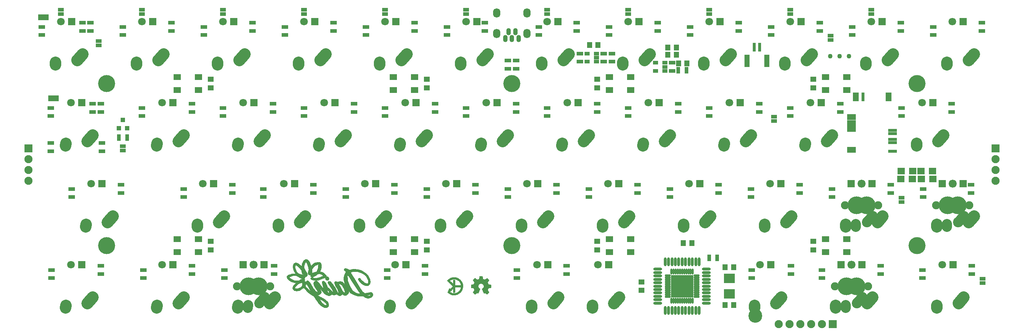
<source format=gbr>
G04 #@! TF.FileFunction,Soldermask,Bot*
%FSLAX46Y46*%
G04 Gerber Fmt 4.6, Leading zero omitted, Abs format (unit mm)*
G04 Created by KiCad (PCBNEW 4.0.6) date 11/05/17 21:20:18*
%MOMM*%
%LPD*%
G01*
G04 APERTURE LIST*
%ADD10C,0.254000*%
%ADD11C,0.010000*%
%ADD12R,1.200000X1.450000*%
%ADD13R,1.800200X1.800200*%
%ADD14C,1.800200*%
%ADD15C,4.000000*%
%ADD16R,2.600000X2.200000*%
%ADD17O,2.099920X0.606400*%
%ADD18O,0.606400X2.099920*%
%ADD19O,1.450000X0.480000*%
%ADD20O,0.480000X1.412000*%
%ADD21R,5.280000X5.280000*%
%ADD22O,1.957680X1.800200*%
%ADD23R,0.835000X1.470000*%
%ADD24R,1.470000X0.835000*%
%ADD25R,1.800000X1.400000*%
%ADD26R,1.450000X1.200000*%
%ADD27R,1.900000X1.900000*%
%ADD28O,1.900000X1.900000*%
%ADD29C,2.700000*%
%ADD30C,2.800000*%
%ADD31C,2.577000*%
%ADD32C,2.400000*%
%ADD33C,2.400000*%
%ADD34C,1.901800*%
%ADD35C,4.187800*%
%ADD36C,2.350000*%
%ADD37C,3.248000*%
%ADD38O,1.100000X1.700000*%
%ADD39O,1.700000X2.200000*%
%ADD40R,1.000100X1.000100*%
%ADD41R,1.500000X0.900000*%
%ADD42R,0.900000X1.500000*%
%ADD43R,0.800000X2.000000*%
%ADD44R,1.200000X3.000000*%
%ADD45R,1.700000X1.500000*%
%ADD46R,1.260000X0.850000*%
%ADD47R,2.050000X0.650000*%
%ADD48R,0.650000X2.050000*%
%ADD49C,1.100000*%
G04 APERTURE END LIST*
D10*
D11*
G36*
X94540968Y-88919994D02*
X94763131Y-89004452D01*
X94947882Y-89136638D01*
X95101238Y-89306636D01*
X95229218Y-89504529D01*
X95337839Y-89720400D01*
X95433119Y-89944332D01*
X95607727Y-90376713D01*
X95636333Y-90436264D01*
X95679063Y-90438269D01*
X95732630Y-90397493D01*
X95793748Y-90328702D01*
X95925492Y-90166139D01*
X95989545Y-90101899D01*
X96048003Y-90068707D01*
X96220156Y-89924846D01*
X96409211Y-89811885D01*
X96611708Y-89727446D01*
X96824187Y-89669150D01*
X97043190Y-89634619D01*
X97265255Y-89621473D01*
X97486925Y-89627335D01*
X97704739Y-89649825D01*
X97798442Y-89716775D01*
X97875470Y-89793403D01*
X97937123Y-89878644D01*
X97984699Y-89971430D01*
X98042826Y-90175370D01*
X98060247Y-90396686D01*
X98047361Y-90626842D01*
X98014568Y-90857304D01*
X97930848Y-91284998D01*
X97911246Y-91388320D01*
X97867233Y-91494169D01*
X97768670Y-91692119D01*
X97745467Y-91773557D01*
X97760549Y-91836196D01*
X97829589Y-91874704D01*
X97968260Y-91883748D01*
X98161482Y-91932570D01*
X98345840Y-92005463D01*
X98520995Y-92099318D01*
X98686609Y-92211028D01*
X98987854Y-92475581D01*
X99246865Y-92774261D01*
X99228408Y-92849348D01*
X99196821Y-92913173D01*
X99132679Y-93001474D01*
X99119337Y-93023169D01*
X99131290Y-93028040D01*
X99269504Y-92981749D01*
X99414005Y-92986443D01*
X99534457Y-93020861D01*
X99631679Y-93079822D01*
X99706490Y-93158143D01*
X99759707Y-93250640D01*
X99792149Y-93352131D01*
X99804635Y-93457434D01*
X99797982Y-93561364D01*
X99773010Y-93658740D01*
X99730536Y-93744379D01*
X99671379Y-93813097D01*
X99596357Y-93859712D01*
X99506289Y-93879042D01*
X99401992Y-93865902D01*
X99284286Y-93815111D01*
X99153988Y-93721485D01*
X99073949Y-93664489D01*
X99018277Y-93582286D01*
X98983338Y-93485055D01*
X98965501Y-93382978D01*
X98966600Y-93205005D01*
X98992514Y-93129810D01*
X98609432Y-93341058D01*
X98202355Y-93533972D01*
X97777666Y-93696428D01*
X97341749Y-93816306D01*
X96900990Y-93881482D01*
X96680790Y-93889770D01*
X96461773Y-93879836D01*
X96244737Y-93850167D01*
X96030481Y-93799246D01*
X95819803Y-93725558D01*
X95613500Y-93627589D01*
X95560559Y-93579121D01*
X95526219Y-93526702D01*
X95506487Y-93416140D01*
X95540600Y-93308157D01*
X95614855Y-93215010D01*
X95715549Y-93148952D01*
X95828979Y-93122241D01*
X95941440Y-93147129D01*
X95993026Y-93182754D01*
X96039230Y-93235874D01*
X96349349Y-93315675D01*
X96667403Y-93346070D01*
X96988435Y-93332414D01*
X97307489Y-93280059D01*
X97619609Y-93194359D01*
X97919837Y-93080669D01*
X98203218Y-92944342D01*
X98464794Y-92790731D01*
X98295160Y-92632360D01*
X98098814Y-92501072D01*
X97884719Y-92403936D01*
X97661839Y-92348021D01*
X97439135Y-92340399D01*
X97225570Y-92388140D01*
X97125016Y-92434980D01*
X97030109Y-92498313D01*
X96941967Y-92579021D01*
X96861712Y-92677988D01*
X96548035Y-92847422D01*
X96214521Y-93006845D01*
X96043764Y-93056492D01*
X95872174Y-93072064D01*
X95701128Y-93043036D01*
X95531999Y-92958884D01*
X95496346Y-92912258D01*
X95479270Y-92858099D01*
X95481419Y-92741702D01*
X95499590Y-92638727D01*
X95494927Y-92578206D01*
X95797726Y-92240768D01*
X96068666Y-92080156D01*
X96358623Y-91962453D01*
X96658678Y-91879569D01*
X96959910Y-91823415D01*
X97074117Y-91633802D01*
X97156840Y-91432737D01*
X97214514Y-91222700D01*
X97253575Y-91006170D01*
X97301605Y-90563557D01*
X97352417Y-90124739D01*
X97242956Y-90128361D01*
X97198187Y-90129888D01*
X97008431Y-90186830D01*
X96825530Y-90263582D01*
X96651380Y-90359067D01*
X96487876Y-90472212D01*
X96336912Y-90601941D01*
X96200384Y-90747180D01*
X96080188Y-90906853D01*
X95978218Y-91079886D01*
X95884934Y-91196900D01*
X95839952Y-91331386D01*
X95829225Y-91478621D01*
X95838703Y-91633884D01*
X95862088Y-91949602D01*
X95847900Y-92100615D01*
X95797726Y-92240767D01*
X95494927Y-92578204D01*
X95451249Y-92578051D01*
X95350433Y-92636500D01*
X95242815Y-92616090D01*
X95152941Y-92579733D01*
X95079615Y-92529189D01*
X95021641Y-92466217D01*
X94946968Y-92310033D01*
X94919353Y-92125261D01*
X94929231Y-91925981D01*
X94967035Y-91726272D01*
X95023200Y-91540216D01*
X95088158Y-91381892D01*
X94990492Y-90882561D01*
X94847925Y-90377963D01*
X94758041Y-90133563D01*
X94654817Y-89899694D01*
X94537548Y-89680307D01*
X94405529Y-89479351D01*
X94237557Y-89823796D01*
X94102599Y-90199179D01*
X94019324Y-90593061D01*
X94002901Y-90793054D01*
X94006400Y-90993008D01*
X94053348Y-91171587D01*
X94131743Y-91336280D01*
X94343788Y-91642542D01*
X94564362Y-91948866D01*
X94653417Y-92113638D01*
X94715290Y-92292328D01*
X94776727Y-92432924D01*
X94784855Y-92575298D01*
X94748012Y-92710676D01*
X94674531Y-92830286D01*
X94572749Y-92925354D01*
X94451001Y-92987108D01*
X94317622Y-93006774D01*
X94180948Y-92975579D01*
X93915164Y-92687269D01*
X93912599Y-92660035D01*
X93883007Y-92606195D01*
X93779216Y-92439087D01*
X93645941Y-92389918D01*
X93559130Y-92299455D01*
X93506758Y-92177866D01*
X93476803Y-92035320D01*
X93436053Y-91728027D01*
X93401211Y-91583617D01*
X93340694Y-91458922D01*
X93041845Y-91114611D01*
X92722391Y-90780566D01*
X92374906Y-90482688D01*
X92188331Y-90355405D01*
X91991964Y-90246876D01*
X91989588Y-90256724D01*
X91914504Y-90476978D01*
X91882610Y-90703629D01*
X91890018Y-90932837D01*
X91932838Y-91160761D01*
X92007181Y-91383559D01*
X92109157Y-91597391D01*
X92234878Y-91798416D01*
X92380453Y-91982793D01*
X92432877Y-92072451D01*
X92494248Y-92147021D01*
X92639910Y-92258034D01*
X92809580Y-92330091D01*
X92995402Y-92377449D01*
X93384069Y-92455110D01*
X93571199Y-92513930D01*
X93743050Y-92605088D01*
X93866613Y-92676252D01*
X93915165Y-92687269D01*
X94180949Y-92975579D01*
X94221052Y-93054725D01*
X94223269Y-93131614D01*
X94197055Y-93205076D01*
X94151867Y-93273940D01*
X94042384Y-93393185D01*
X93970461Y-93479980D01*
X93525091Y-93504374D01*
X93201218Y-93364895D01*
X92896535Y-93189354D01*
X92323969Y-92802955D01*
X92043949Y-92776184D01*
X91766705Y-92770864D01*
X91591822Y-92765791D01*
X91418573Y-92781017D01*
X91079338Y-92860150D01*
X90753722Y-92983839D01*
X90446443Y-93127658D01*
X90669273Y-93354953D01*
X90924589Y-93547223D01*
X91205877Y-93703949D01*
X91506619Y-93824612D01*
X91820299Y-93908695D01*
X92140402Y-93955678D01*
X92460411Y-93965044D01*
X92773810Y-93936273D01*
X93173539Y-93683559D01*
X93525091Y-93504374D01*
X93970461Y-93479980D01*
X94054925Y-93529318D01*
X94106359Y-93598268D01*
X94130376Y-93680424D01*
X94132592Y-93769379D01*
X94094074Y-93942054D01*
X94035719Y-94065034D01*
X93645928Y-94331780D01*
X93293818Y-94427934D01*
X92941150Y-94515691D01*
X92773897Y-94576131D01*
X92617653Y-94658124D01*
X92476136Y-94769554D01*
X92353060Y-94918305D01*
X92169537Y-95107994D01*
X91947874Y-95338786D01*
X91867336Y-95457902D01*
X91830777Y-95573263D01*
X91834564Y-95628074D01*
X91856035Y-95680192D01*
X91897420Y-95729032D01*
X91960949Y-95774010D01*
X92195203Y-95804695D01*
X92436423Y-95794254D01*
X92676774Y-95745714D01*
X92908419Y-95662104D01*
X93123520Y-95546450D01*
X93314242Y-95401779D01*
X93472747Y-95231121D01*
X93591198Y-95037500D01*
X93541581Y-94861398D01*
X93543203Y-94678025D01*
X93582505Y-94497959D01*
X93645928Y-94331780D01*
X94035719Y-94065034D01*
X94102973Y-94073964D01*
X94167582Y-94101854D01*
X94284020Y-94192715D01*
X94431848Y-94362173D01*
X94478372Y-94558002D01*
X94479334Y-94566209D01*
X94491747Y-94686961D01*
X94461813Y-94803575D01*
X94348181Y-95024387D01*
X94301123Y-95128582D01*
X94284999Y-95228635D01*
X94318128Y-95324545D01*
X94418830Y-95416311D01*
X94716694Y-95731804D01*
X95052006Y-96047723D01*
X95636423Y-96559251D01*
X95075006Y-95540310D01*
X94784927Y-95038056D01*
X94477409Y-94549739D01*
X94478371Y-94558002D01*
X94431848Y-94362173D01*
X94431010Y-94216703D01*
X94477480Y-94097939D01*
X94559958Y-94009062D01*
X94667146Y-93953253D01*
X94787744Y-93933690D01*
X94910456Y-93953556D01*
X95023982Y-94016030D01*
X95117023Y-94124292D01*
X95338400Y-94378765D01*
X95535774Y-94650420D01*
X95886760Y-95224270D01*
X96226481Y-95803824D01*
X96409773Y-96082610D01*
X96611436Y-96347065D01*
X96749294Y-96464723D01*
X96926512Y-96577719D01*
X97100365Y-96652446D01*
X97172678Y-96664957D01*
X97228128Y-96655298D01*
X97091368Y-96384305D01*
X96929045Y-96120154D01*
X96585889Y-95595770D01*
X96434146Y-95327236D01*
X96315019Y-95048938D01*
X96243054Y-94756725D01*
X96229303Y-94604104D01*
X96232796Y-94446448D01*
X96285653Y-94297203D01*
X96374123Y-94168466D01*
X96489516Y-94066159D01*
X96623139Y-93996203D01*
X96766301Y-93964518D01*
X96910309Y-93977027D01*
X97046472Y-94039649D01*
X97166097Y-94158307D01*
X97353177Y-94348305D01*
X97533515Y-94557852D01*
X97874516Y-95004204D01*
X98190198Y-95434576D01*
X98481661Y-95786179D01*
X98490807Y-95602322D01*
X98477078Y-95424143D01*
X98400480Y-95079693D01*
X98290839Y-94742588D01*
X98187125Y-94402584D01*
X98193905Y-94249090D01*
X98252386Y-94136729D01*
X98348886Y-94064461D01*
X98469723Y-94031244D01*
X98601214Y-94036036D01*
X98729676Y-94077795D01*
X98841427Y-94155481D01*
X98922785Y-94268051D01*
X99038543Y-94453027D01*
X99136222Y-94648469D01*
X99311686Y-95049616D01*
X99406641Y-95244751D01*
X99517860Y-95429212D01*
X99653928Y-95597715D01*
X99823429Y-95744976D01*
X100298413Y-96243461D01*
X100561336Y-96466336D01*
X100705810Y-96560418D01*
X100861493Y-96638828D01*
X100575361Y-96091189D01*
X100254898Y-95564462D01*
X99591887Y-94523874D01*
X99560035Y-94436685D01*
X99549004Y-94358119D01*
X99556539Y-94288383D01*
X99580382Y-94227686D01*
X99667969Y-94134248D01*
X99793715Y-94079473D01*
X99939567Y-94065035D01*
X100087474Y-94092603D01*
X100219384Y-94163850D01*
X100317247Y-94280446D01*
X100547606Y-94533660D01*
X100761123Y-94799447D01*
X100959678Y-95075941D01*
X101145147Y-95361276D01*
X101484338Y-95951005D01*
X101793719Y-96553704D01*
X101930077Y-96686075D01*
X102078950Y-96761386D01*
X102130940Y-96760284D01*
X102153493Y-96724084D01*
X102135751Y-96645842D01*
X102066861Y-96518613D01*
X101821754Y-95996829D01*
X101548073Y-95484760D01*
X101296074Y-94964785D01*
X101193911Y-94696325D01*
X101116015Y-94419281D01*
X101142347Y-94294659D01*
X101205790Y-94205883D01*
X101296743Y-94150048D01*
X101405605Y-94124249D01*
X101522776Y-94125579D01*
X101638655Y-94151135D01*
X101743640Y-94198009D01*
X101828131Y-94263297D01*
X101831130Y-94262108D01*
X102164379Y-94775113D01*
X102218599Y-94893009D01*
X102313187Y-95027017D01*
X102407019Y-95157777D01*
X102458972Y-95265931D01*
X102577251Y-95476940D01*
X102683871Y-95702309D01*
X102899487Y-96156736D01*
X103027159Y-96366098D01*
X103180524Y-96550429D01*
X103368920Y-96699880D01*
X103479173Y-96758448D01*
X103601685Y-96804604D01*
X103549614Y-96494437D01*
X103466424Y-96184230D01*
X103352795Y-95879990D01*
X103209405Y-95587728D01*
X103036935Y-95313452D01*
X102836063Y-95063172D01*
X102607469Y-94842896D01*
X102351832Y-94658634D01*
X102244862Y-94670859D01*
X102200161Y-94685958D01*
X102173555Y-94709162D01*
X102164379Y-94775113D01*
X101831130Y-94262108D01*
X101987587Y-94200364D01*
X102158101Y-94156603D01*
X102336873Y-94133726D01*
X102518104Y-94134631D01*
X102695993Y-94162217D01*
X102864742Y-94219383D01*
X103018550Y-94309029D01*
X103151618Y-94434053D01*
X103269096Y-94530943D01*
X103396624Y-94666816D01*
X103502408Y-94773369D01*
X103537210Y-94794307D01*
X103554653Y-94782301D01*
X103450466Y-94425057D01*
X103372988Y-94053446D01*
X103328301Y-93674251D01*
X103322488Y-93294254D01*
X103361631Y-92920238D01*
X103451814Y-92558988D01*
X103599118Y-92217286D01*
X103696091Y-92055885D01*
X103809626Y-91901916D01*
X103723844Y-91752745D01*
X103625259Y-91630519D01*
X103512226Y-91528588D01*
X103383104Y-91440302D01*
X103377125Y-91350252D01*
X103387963Y-91273279D01*
X103413760Y-91208838D01*
X103452658Y-91156381D01*
X103562331Y-91085236D01*
X103702120Y-91055470D01*
X103857165Y-91062711D01*
X104012607Y-91102588D01*
X104153586Y-91170726D01*
X104265240Y-91262754D01*
X104395772Y-91348223D01*
X104537088Y-91390186D01*
X104686736Y-91398183D01*
X104842262Y-91381752D01*
X105161129Y-91313760D01*
X105474060Y-91262522D01*
X105772011Y-91244540D01*
X106071364Y-91248766D01*
X106370315Y-91274827D01*
X106667055Y-91322350D01*
X106959780Y-91390961D01*
X107246683Y-91480288D01*
X107525957Y-91589956D01*
X107795797Y-91719592D01*
X108054396Y-91868823D01*
X108299947Y-92037276D01*
X108530645Y-92224577D01*
X108744683Y-92430352D01*
X108940255Y-92654229D01*
X109115555Y-92895834D01*
X109268776Y-93154794D01*
X109398113Y-93430735D01*
X109467218Y-93648550D01*
X109521583Y-93884044D01*
X109552399Y-94126841D01*
X109550858Y-94366569D01*
X109508150Y-94592853D01*
X109415467Y-94795319D01*
X109347632Y-94884378D01*
X109264000Y-94963593D01*
X109163470Y-95031667D01*
X109044941Y-95087302D01*
X108861447Y-95102277D01*
X108679468Y-95098550D01*
X108499764Y-95077139D01*
X108323093Y-95039061D01*
X107981882Y-94916974D01*
X107661902Y-94740425D01*
X107369222Y-94517553D01*
X107109909Y-94256495D01*
X106890029Y-93965389D01*
X106715651Y-93652373D01*
X106717648Y-93517862D01*
X106766176Y-93422400D01*
X106848433Y-93364670D01*
X106951617Y-93343354D01*
X107062925Y-93357135D01*
X107169555Y-93404696D01*
X107258704Y-93484719D01*
X107317570Y-93595888D01*
X107648920Y-93960462D01*
X107832404Y-94138950D01*
X108028067Y-94300885D01*
X108236140Y-94435755D01*
X108456853Y-94533044D01*
X108690437Y-94582239D01*
X108937122Y-94572826D01*
X109026206Y-94407180D01*
X109065146Y-94229875D01*
X109062280Y-94045113D01*
X109025948Y-93857097D01*
X108964492Y-93670027D01*
X108886249Y-93488106D01*
X108712767Y-93156518D01*
X108549523Y-92948648D01*
X108368132Y-92755665D01*
X108170399Y-92578175D01*
X107958131Y-92416783D01*
X107733131Y-92272093D01*
X107497205Y-92144712D01*
X107252159Y-92035245D01*
X106999797Y-91944297D01*
X106741925Y-91872472D01*
X106480348Y-91820377D01*
X106216872Y-91788617D01*
X105953300Y-91777796D01*
X105691439Y-91788521D01*
X105433094Y-91821396D01*
X105180070Y-91877026D01*
X104934172Y-91956018D01*
X105450956Y-92844784D01*
X105987668Y-93721856D01*
X106527178Y-94596052D01*
X107052352Y-95476187D01*
X107303849Y-95856474D01*
X107554796Y-96249963D01*
X107690383Y-96436448D01*
X107838218Y-96607981D01*
X108002428Y-96758478D01*
X108187142Y-96881855D01*
X108698844Y-97409970D01*
X108810348Y-97472674D01*
X108946953Y-97512839D01*
X109096842Y-97529425D01*
X109248197Y-97521388D01*
X109389201Y-97487687D01*
X109508034Y-97427280D01*
X109592879Y-97339124D01*
X109631919Y-97222178D01*
X109576509Y-97221274D01*
X109517704Y-97222801D01*
X109088354Y-97311337D01*
X108698844Y-97409971D01*
X108187142Y-96881855D01*
X108506054Y-96864523D01*
X108823479Y-96814692D01*
X109467615Y-96696384D01*
X109630223Y-96667148D01*
X109780722Y-96685813D01*
X109913561Y-96745263D01*
X110023190Y-96838383D01*
X110104059Y-96958059D01*
X110150618Y-97097176D01*
X110157317Y-97248619D01*
X110118605Y-97405273D01*
X110068906Y-97528897D01*
X110003663Y-97638541D01*
X109924500Y-97734586D01*
X109833043Y-97817414D01*
X109619743Y-97944937D01*
X109376760Y-98024157D01*
X109117089Y-98058117D01*
X108853727Y-98049864D01*
X108599671Y-98002444D01*
X108367916Y-97918900D01*
X108207688Y-97791177D01*
X108039591Y-97672416D01*
X107305175Y-97042707D01*
X106882334Y-96573920D01*
X106497189Y-96080551D01*
X106140826Y-95568320D01*
X105804331Y-95042946D01*
X105155282Y-93975646D01*
X104824901Y-93445160D01*
X104478728Y-92924410D01*
X104353136Y-92709320D01*
X104223358Y-92503434D01*
X104191299Y-92738643D01*
X104176446Y-92973514D01*
X104194525Y-93440925D01*
X104269931Y-93903031D01*
X104394997Y-94357199D01*
X104562058Y-94800792D01*
X104763448Y-95231175D01*
X104991503Y-95645713D01*
X105238556Y-96041771D01*
X105431722Y-96268451D01*
X105652891Y-96466140D01*
X105897371Y-96634825D01*
X106160469Y-96774492D01*
X106437491Y-96885127D01*
X106723745Y-96966717D01*
X107014538Y-97019248D01*
X107305175Y-97042707D01*
X108039591Y-97672416D01*
X107901939Y-97600861D01*
X107757021Y-97559986D01*
X107603685Y-97561064D01*
X107440784Y-97615365D01*
X106889837Y-97593223D01*
X106612827Y-97557455D01*
X106338352Y-97503605D01*
X106069082Y-97430460D01*
X105807688Y-97336806D01*
X105556840Y-97221430D01*
X105319208Y-97083118D01*
X104860053Y-96772834D01*
X104644787Y-96595995D01*
X104461013Y-96392396D01*
X104481415Y-96524052D01*
X104478453Y-96652548D01*
X104454224Y-96776293D01*
X104410828Y-96893698D01*
X104350363Y-97003171D01*
X104274928Y-97103122D01*
X104186621Y-97191960D01*
X104087542Y-97268096D01*
X103979788Y-97329939D01*
X103865459Y-97375898D01*
X103746652Y-97404382D01*
X103625468Y-97413802D01*
X103504003Y-97402567D01*
X103384358Y-97369087D01*
X103268631Y-97311770D01*
X103158919Y-97229027D01*
X103042183Y-97147664D01*
X102940590Y-97123395D01*
X102894468Y-97135778D01*
X102850926Y-97166163D01*
X102769978Y-97285908D01*
X102697067Y-97355455D01*
X102621163Y-97405655D01*
X102462283Y-97455509D01*
X102297153Y-97450473D01*
X102129591Y-97405548D01*
X101802436Y-97256035D01*
X101650476Y-97181450D01*
X101511352Y-97126981D01*
X101390471Y-97219449D01*
X101258352Y-97271183D01*
X101119040Y-97289349D01*
X100976576Y-97281111D01*
X100698370Y-97214086D01*
X100456082Y-97127433D01*
X100455743Y-97127885D01*
X99732194Y-96419505D01*
X99528756Y-96218449D01*
X99426662Y-96114510D01*
X99342064Y-96001132D01*
X99416080Y-96238970D01*
X99512964Y-96493874D01*
X99573699Y-96608893D01*
X99644612Y-96705579D01*
X99727190Y-96776400D01*
X99822921Y-96813823D01*
X99846970Y-96698842D01*
X99834938Y-96596733D01*
X99794215Y-96504590D01*
X99732194Y-96419505D01*
X100455743Y-97127885D01*
X100389971Y-97223055D01*
X100315534Y-97300015D01*
X100233496Y-97359965D01*
X100144920Y-97404105D01*
X99952402Y-97449757D01*
X99746485Y-97446570D01*
X99535672Y-97404145D01*
X99328468Y-97332083D01*
X99133374Y-97239985D01*
X98958896Y-97137450D01*
X98682956Y-96903907D01*
X98434699Y-96644302D01*
X98207380Y-96365076D01*
X97994254Y-96072673D01*
X97583601Y-95474104D01*
X97372583Y-95180822D01*
X97148778Y-94900131D01*
X97267608Y-95117151D01*
X97402284Y-95330108D01*
X97682335Y-95754767D01*
X97809290Y-95971937D01*
X97915251Y-96195978D01*
X97991007Y-96429625D01*
X98027349Y-96675611D01*
X97989980Y-96836755D01*
X97911885Y-96977219D01*
X97801318Y-97094534D01*
X97666536Y-97186230D01*
X97515793Y-97249837D01*
X97357345Y-97282884D01*
X97199447Y-97282902D01*
X97050355Y-97247420D01*
X97617465Y-98238288D01*
X97913796Y-98696231D01*
X98073132Y-98931622D01*
X98245295Y-99156217D01*
X98434318Y-99358707D01*
X98644236Y-99527785D01*
X98879083Y-99652144D01*
X99007116Y-99694021D01*
X99142894Y-99720477D01*
X99201230Y-99589769D01*
X99201202Y-99458688D01*
X99154132Y-99329983D01*
X99071341Y-99206406D01*
X98964151Y-99090710D01*
X98843884Y-98985645D01*
X98609402Y-98818418D01*
X98106266Y-98508343D01*
X97617465Y-98238288D01*
X97050353Y-97247427D01*
X97157188Y-97378659D01*
X97287148Y-97483534D01*
X97434156Y-97569335D01*
X97592131Y-97643348D01*
X97916673Y-97785156D01*
X98071080Y-97867521D01*
X98212140Y-97967240D01*
X98740083Y-98274051D01*
X99006599Y-98452007D01*
X99254700Y-98650570D01*
X99469302Y-98872919D01*
X99635323Y-99122233D01*
X99695402Y-99257996D01*
X99737678Y-99401693D01*
X99760268Y-99553721D01*
X99761284Y-99714477D01*
X99722538Y-99882079D01*
X99645836Y-100023355D01*
X99537915Y-100137012D01*
X99405510Y-100221753D01*
X99255359Y-100276282D01*
X99094196Y-100299305D01*
X98928758Y-100289526D01*
X98765782Y-100245649D01*
X98444931Y-100122704D01*
X98149374Y-99952735D01*
X97876856Y-99743625D01*
X97625118Y-99503262D01*
X97391905Y-99239530D01*
X97174957Y-98960313D01*
X96780834Y-98386971D01*
X96585857Y-98067747D01*
X96364719Y-97773105D01*
X96238888Y-97641311D01*
X96099976Y-97523234D01*
X95945800Y-97421397D01*
X95774182Y-97338323D01*
X95512449Y-97157729D01*
X95260406Y-96963411D01*
X94782179Y-96541232D01*
X94333091Y-96087044D01*
X93906731Y-95616103D01*
X93668151Y-95814768D01*
X93403910Y-95995049D01*
X93119737Y-96148137D01*
X92821364Y-96265221D01*
X92514520Y-96337491D01*
X92204937Y-96356135D01*
X92050910Y-96342595D01*
X91898346Y-96312344D01*
X91747962Y-96264282D01*
X91600476Y-96197308D01*
X91498995Y-96127097D01*
X91419709Y-96047237D01*
X91361170Y-95959155D01*
X91321927Y-95864276D01*
X91300531Y-95764029D01*
X91295532Y-95659841D01*
X91328929Y-95445347D01*
X91410522Y-95232212D01*
X91528714Y-95031852D01*
X91671908Y-94855682D01*
X91828509Y-94715119D01*
X91930922Y-94613277D01*
X92003806Y-94526880D01*
X92012834Y-94492035D01*
X91994871Y-94464125D01*
X91943381Y-94444173D01*
X91851827Y-94433205D01*
X91565607Y-94370884D01*
X91271896Y-94286617D01*
X90980644Y-94177391D01*
X90701800Y-94040193D01*
X90445313Y-93872011D01*
X90221135Y-93669831D01*
X90039213Y-93430642D01*
X89967207Y-93296227D01*
X89909497Y-93151430D01*
X89916358Y-93048801D01*
X89940005Y-92958172D01*
X89978714Y-92878479D01*
X90030763Y-92808659D01*
X90167981Y-92694385D01*
X90337867Y-92606848D01*
X90720484Y-92477962D01*
X90905631Y-92419604D01*
X91068285Y-92353964D01*
X91294521Y-92314902D01*
X91544635Y-92308842D01*
X91773316Y-92302393D01*
X91865459Y-92288587D01*
X91935253Y-92262162D01*
X91756494Y-92018544D01*
X91609886Y-91753036D01*
X91498176Y-91470922D01*
X91424110Y-91177486D01*
X91390435Y-90878012D01*
X91399896Y-90577785D01*
X91455241Y-90282088D01*
X91559216Y-89996205D01*
X91628428Y-89902821D01*
X91705850Y-89831862D01*
X91790328Y-89781599D01*
X91880705Y-89750307D01*
X92074538Y-89737727D01*
X92278104Y-89780307D01*
X92482161Y-89864232D01*
X92677465Y-89975688D01*
X92854773Y-90100861D01*
X93004842Y-90225936D01*
X93069548Y-90267427D01*
X93141656Y-90333649D01*
X93287349Y-90478039D01*
X93350567Y-90525082D01*
X93400456Y-90534609D01*
X93431833Y-90491057D01*
X93439514Y-90378864D01*
X93512256Y-90012316D01*
X93623176Y-89657665D01*
X93701309Y-89492964D01*
X93799013Y-89341033D01*
X93919632Y-89205138D01*
X94066507Y-89088543D01*
X94169720Y-89014600D01*
X94288224Y-88963971D01*
X94414484Y-88933490D01*
X94540968Y-88919994D01*
X94540968Y-88919994D01*
X94540968Y-88919994D01*
G37*
X94540968Y-88919994D02*
X94763131Y-89004452D01*
X94947882Y-89136638D01*
X95101238Y-89306636D01*
X95229218Y-89504529D01*
X95337839Y-89720400D01*
X95433119Y-89944332D01*
X95607727Y-90376713D01*
X95636333Y-90436264D01*
X95679063Y-90438269D01*
X95732630Y-90397493D01*
X95793748Y-90328702D01*
X95925492Y-90166139D01*
X95989545Y-90101899D01*
X96048003Y-90068707D01*
X96220156Y-89924846D01*
X96409211Y-89811885D01*
X96611708Y-89727446D01*
X96824187Y-89669150D01*
X97043190Y-89634619D01*
X97265255Y-89621473D01*
X97486925Y-89627335D01*
X97704739Y-89649825D01*
X97798442Y-89716775D01*
X97875470Y-89793403D01*
X97937123Y-89878644D01*
X97984699Y-89971430D01*
X98042826Y-90175370D01*
X98060247Y-90396686D01*
X98047361Y-90626842D01*
X98014568Y-90857304D01*
X97930848Y-91284998D01*
X97911246Y-91388320D01*
X97867233Y-91494169D01*
X97768670Y-91692119D01*
X97745467Y-91773557D01*
X97760549Y-91836196D01*
X97829589Y-91874704D01*
X97968260Y-91883748D01*
X98161482Y-91932570D01*
X98345840Y-92005463D01*
X98520995Y-92099318D01*
X98686609Y-92211028D01*
X98987854Y-92475581D01*
X99246865Y-92774261D01*
X99228408Y-92849348D01*
X99196821Y-92913173D01*
X99132679Y-93001474D01*
X99119337Y-93023169D01*
X99131290Y-93028040D01*
X99269504Y-92981749D01*
X99414005Y-92986443D01*
X99534457Y-93020861D01*
X99631679Y-93079822D01*
X99706490Y-93158143D01*
X99759707Y-93250640D01*
X99792149Y-93352131D01*
X99804635Y-93457434D01*
X99797982Y-93561364D01*
X99773010Y-93658740D01*
X99730536Y-93744379D01*
X99671379Y-93813097D01*
X99596357Y-93859712D01*
X99506289Y-93879042D01*
X99401992Y-93865902D01*
X99284286Y-93815111D01*
X99153988Y-93721485D01*
X99073949Y-93664489D01*
X99018277Y-93582286D01*
X98983338Y-93485055D01*
X98965501Y-93382978D01*
X98966600Y-93205005D01*
X98992514Y-93129810D01*
X98609432Y-93341058D01*
X98202355Y-93533972D01*
X97777666Y-93696428D01*
X97341749Y-93816306D01*
X96900990Y-93881482D01*
X96680790Y-93889770D01*
X96461773Y-93879836D01*
X96244737Y-93850167D01*
X96030481Y-93799246D01*
X95819803Y-93725558D01*
X95613500Y-93627589D01*
X95560559Y-93579121D01*
X95526219Y-93526702D01*
X95506487Y-93416140D01*
X95540600Y-93308157D01*
X95614855Y-93215010D01*
X95715549Y-93148952D01*
X95828979Y-93122241D01*
X95941440Y-93147129D01*
X95993026Y-93182754D01*
X96039230Y-93235874D01*
X96349349Y-93315675D01*
X96667403Y-93346070D01*
X96988435Y-93332414D01*
X97307489Y-93280059D01*
X97619609Y-93194359D01*
X97919837Y-93080669D01*
X98203218Y-92944342D01*
X98464794Y-92790731D01*
X98295160Y-92632360D01*
X98098814Y-92501072D01*
X97884719Y-92403936D01*
X97661839Y-92348021D01*
X97439135Y-92340399D01*
X97225570Y-92388140D01*
X97125016Y-92434980D01*
X97030109Y-92498313D01*
X96941967Y-92579021D01*
X96861712Y-92677988D01*
X96548035Y-92847422D01*
X96214521Y-93006845D01*
X96043764Y-93056492D01*
X95872174Y-93072064D01*
X95701128Y-93043036D01*
X95531999Y-92958884D01*
X95496346Y-92912258D01*
X95479270Y-92858099D01*
X95481419Y-92741702D01*
X95499590Y-92638727D01*
X95494927Y-92578206D01*
X95797726Y-92240768D01*
X96068666Y-92080156D01*
X96358623Y-91962453D01*
X96658678Y-91879569D01*
X96959910Y-91823415D01*
X97074117Y-91633802D01*
X97156840Y-91432737D01*
X97214514Y-91222700D01*
X97253575Y-91006170D01*
X97301605Y-90563557D01*
X97352417Y-90124739D01*
X97242956Y-90128361D01*
X97198187Y-90129888D01*
X97008431Y-90186830D01*
X96825530Y-90263582D01*
X96651380Y-90359067D01*
X96487876Y-90472212D01*
X96336912Y-90601941D01*
X96200384Y-90747180D01*
X96080188Y-90906853D01*
X95978218Y-91079886D01*
X95884934Y-91196900D01*
X95839952Y-91331386D01*
X95829225Y-91478621D01*
X95838703Y-91633884D01*
X95862088Y-91949602D01*
X95847900Y-92100615D01*
X95797726Y-92240767D01*
X95494927Y-92578204D01*
X95451249Y-92578051D01*
X95350433Y-92636500D01*
X95242815Y-92616090D01*
X95152941Y-92579733D01*
X95079615Y-92529189D01*
X95021641Y-92466217D01*
X94946968Y-92310033D01*
X94919353Y-92125261D01*
X94929231Y-91925981D01*
X94967035Y-91726272D01*
X95023200Y-91540216D01*
X95088158Y-91381892D01*
X94990492Y-90882561D01*
X94847925Y-90377963D01*
X94758041Y-90133563D01*
X94654817Y-89899694D01*
X94537548Y-89680307D01*
X94405529Y-89479351D01*
X94237557Y-89823796D01*
X94102599Y-90199179D01*
X94019324Y-90593061D01*
X94002901Y-90793054D01*
X94006400Y-90993008D01*
X94053348Y-91171587D01*
X94131743Y-91336280D01*
X94343788Y-91642542D01*
X94564362Y-91948866D01*
X94653417Y-92113638D01*
X94715290Y-92292328D01*
X94776727Y-92432924D01*
X94784855Y-92575298D01*
X94748012Y-92710676D01*
X94674531Y-92830286D01*
X94572749Y-92925354D01*
X94451001Y-92987108D01*
X94317622Y-93006774D01*
X94180948Y-92975579D01*
X93915164Y-92687269D01*
X93912599Y-92660035D01*
X93883007Y-92606195D01*
X93779216Y-92439087D01*
X93645941Y-92389918D01*
X93559130Y-92299455D01*
X93506758Y-92177866D01*
X93476803Y-92035320D01*
X93436053Y-91728027D01*
X93401211Y-91583617D01*
X93340694Y-91458922D01*
X93041845Y-91114611D01*
X92722391Y-90780566D01*
X92374906Y-90482688D01*
X92188331Y-90355405D01*
X91991964Y-90246876D01*
X91989588Y-90256724D01*
X91914504Y-90476978D01*
X91882610Y-90703629D01*
X91890018Y-90932837D01*
X91932838Y-91160761D01*
X92007181Y-91383559D01*
X92109157Y-91597391D01*
X92234878Y-91798416D01*
X92380453Y-91982793D01*
X92432877Y-92072451D01*
X92494248Y-92147021D01*
X92639910Y-92258034D01*
X92809580Y-92330091D01*
X92995402Y-92377449D01*
X93384069Y-92455110D01*
X93571199Y-92513930D01*
X93743050Y-92605088D01*
X93866613Y-92676252D01*
X93915165Y-92687269D01*
X94180949Y-92975579D01*
X94221052Y-93054725D01*
X94223269Y-93131614D01*
X94197055Y-93205076D01*
X94151867Y-93273940D01*
X94042384Y-93393185D01*
X93970461Y-93479980D01*
X93525091Y-93504374D01*
X93201218Y-93364895D01*
X92896535Y-93189354D01*
X92323969Y-92802955D01*
X92043949Y-92776184D01*
X91766705Y-92770864D01*
X91591822Y-92765791D01*
X91418573Y-92781017D01*
X91079338Y-92860150D01*
X90753722Y-92983839D01*
X90446443Y-93127658D01*
X90669273Y-93354953D01*
X90924589Y-93547223D01*
X91205877Y-93703949D01*
X91506619Y-93824612D01*
X91820299Y-93908695D01*
X92140402Y-93955678D01*
X92460411Y-93965044D01*
X92773810Y-93936273D01*
X93173539Y-93683559D01*
X93525091Y-93504374D01*
X93970461Y-93479980D01*
X94054925Y-93529318D01*
X94106359Y-93598268D01*
X94130376Y-93680424D01*
X94132592Y-93769379D01*
X94094074Y-93942054D01*
X94035719Y-94065034D01*
X93645928Y-94331780D01*
X93293818Y-94427934D01*
X92941150Y-94515691D01*
X92773897Y-94576131D01*
X92617653Y-94658124D01*
X92476136Y-94769554D01*
X92353060Y-94918305D01*
X92169537Y-95107994D01*
X91947874Y-95338786D01*
X91867336Y-95457902D01*
X91830777Y-95573263D01*
X91834564Y-95628074D01*
X91856035Y-95680192D01*
X91897420Y-95729032D01*
X91960949Y-95774010D01*
X92195203Y-95804695D01*
X92436423Y-95794254D01*
X92676774Y-95745714D01*
X92908419Y-95662104D01*
X93123520Y-95546450D01*
X93314242Y-95401779D01*
X93472747Y-95231121D01*
X93591198Y-95037500D01*
X93541581Y-94861398D01*
X93543203Y-94678025D01*
X93582505Y-94497959D01*
X93645928Y-94331780D01*
X94035719Y-94065034D01*
X94102973Y-94073964D01*
X94167582Y-94101854D01*
X94284020Y-94192715D01*
X94431848Y-94362173D01*
X94478372Y-94558002D01*
X94479334Y-94566209D01*
X94491747Y-94686961D01*
X94461813Y-94803575D01*
X94348181Y-95024387D01*
X94301123Y-95128582D01*
X94284999Y-95228635D01*
X94318128Y-95324545D01*
X94418830Y-95416311D01*
X94716694Y-95731804D01*
X95052006Y-96047723D01*
X95636423Y-96559251D01*
X95075006Y-95540310D01*
X94784927Y-95038056D01*
X94477409Y-94549739D01*
X94478371Y-94558002D01*
X94431848Y-94362173D01*
X94431010Y-94216703D01*
X94477480Y-94097939D01*
X94559958Y-94009062D01*
X94667146Y-93953253D01*
X94787744Y-93933690D01*
X94910456Y-93953556D01*
X95023982Y-94016030D01*
X95117023Y-94124292D01*
X95338400Y-94378765D01*
X95535774Y-94650420D01*
X95886760Y-95224270D01*
X96226481Y-95803824D01*
X96409773Y-96082610D01*
X96611436Y-96347065D01*
X96749294Y-96464723D01*
X96926512Y-96577719D01*
X97100365Y-96652446D01*
X97172678Y-96664957D01*
X97228128Y-96655298D01*
X97091368Y-96384305D01*
X96929045Y-96120154D01*
X96585889Y-95595770D01*
X96434146Y-95327236D01*
X96315019Y-95048938D01*
X96243054Y-94756725D01*
X96229303Y-94604104D01*
X96232796Y-94446448D01*
X96285653Y-94297203D01*
X96374123Y-94168466D01*
X96489516Y-94066159D01*
X96623139Y-93996203D01*
X96766301Y-93964518D01*
X96910309Y-93977027D01*
X97046472Y-94039649D01*
X97166097Y-94158307D01*
X97353177Y-94348305D01*
X97533515Y-94557852D01*
X97874516Y-95004204D01*
X98190198Y-95434576D01*
X98481661Y-95786179D01*
X98490807Y-95602322D01*
X98477078Y-95424143D01*
X98400480Y-95079693D01*
X98290839Y-94742588D01*
X98187125Y-94402584D01*
X98193905Y-94249090D01*
X98252386Y-94136729D01*
X98348886Y-94064461D01*
X98469723Y-94031244D01*
X98601214Y-94036036D01*
X98729676Y-94077795D01*
X98841427Y-94155481D01*
X98922785Y-94268051D01*
X99038543Y-94453027D01*
X99136222Y-94648469D01*
X99311686Y-95049616D01*
X99406641Y-95244751D01*
X99517860Y-95429212D01*
X99653928Y-95597715D01*
X99823429Y-95744976D01*
X100298413Y-96243461D01*
X100561336Y-96466336D01*
X100705810Y-96560418D01*
X100861493Y-96638828D01*
X100575361Y-96091189D01*
X100254898Y-95564462D01*
X99591887Y-94523874D01*
X99560035Y-94436685D01*
X99549004Y-94358119D01*
X99556539Y-94288383D01*
X99580382Y-94227686D01*
X99667969Y-94134248D01*
X99793715Y-94079473D01*
X99939567Y-94065035D01*
X100087474Y-94092603D01*
X100219384Y-94163850D01*
X100317247Y-94280446D01*
X100547606Y-94533660D01*
X100761123Y-94799447D01*
X100959678Y-95075941D01*
X101145147Y-95361276D01*
X101484338Y-95951005D01*
X101793719Y-96553704D01*
X101930077Y-96686075D01*
X102078950Y-96761386D01*
X102130940Y-96760284D01*
X102153493Y-96724084D01*
X102135751Y-96645842D01*
X102066861Y-96518613D01*
X101821754Y-95996829D01*
X101548073Y-95484760D01*
X101296074Y-94964785D01*
X101193911Y-94696325D01*
X101116015Y-94419281D01*
X101142347Y-94294659D01*
X101205790Y-94205883D01*
X101296743Y-94150048D01*
X101405605Y-94124249D01*
X101522776Y-94125579D01*
X101638655Y-94151135D01*
X101743640Y-94198009D01*
X101828131Y-94263297D01*
X101831130Y-94262108D01*
X102164379Y-94775113D01*
X102218599Y-94893009D01*
X102313187Y-95027017D01*
X102407019Y-95157777D01*
X102458972Y-95265931D01*
X102577251Y-95476940D01*
X102683871Y-95702309D01*
X102899487Y-96156736D01*
X103027159Y-96366098D01*
X103180524Y-96550429D01*
X103368920Y-96699880D01*
X103479173Y-96758448D01*
X103601685Y-96804604D01*
X103549614Y-96494437D01*
X103466424Y-96184230D01*
X103352795Y-95879990D01*
X103209405Y-95587728D01*
X103036935Y-95313452D01*
X102836063Y-95063172D01*
X102607469Y-94842896D01*
X102351832Y-94658634D01*
X102244862Y-94670859D01*
X102200161Y-94685958D01*
X102173555Y-94709162D01*
X102164379Y-94775113D01*
X101831130Y-94262108D01*
X101987587Y-94200364D01*
X102158101Y-94156603D01*
X102336873Y-94133726D01*
X102518104Y-94134631D01*
X102695993Y-94162217D01*
X102864742Y-94219383D01*
X103018550Y-94309029D01*
X103151618Y-94434053D01*
X103269096Y-94530943D01*
X103396624Y-94666816D01*
X103502408Y-94773369D01*
X103537210Y-94794307D01*
X103554653Y-94782301D01*
X103450466Y-94425057D01*
X103372988Y-94053446D01*
X103328301Y-93674251D01*
X103322488Y-93294254D01*
X103361631Y-92920238D01*
X103451814Y-92558988D01*
X103599118Y-92217286D01*
X103696091Y-92055885D01*
X103809626Y-91901916D01*
X103723844Y-91752745D01*
X103625259Y-91630519D01*
X103512226Y-91528588D01*
X103383104Y-91440302D01*
X103377125Y-91350252D01*
X103387963Y-91273279D01*
X103413760Y-91208838D01*
X103452658Y-91156381D01*
X103562331Y-91085236D01*
X103702120Y-91055470D01*
X103857165Y-91062711D01*
X104012607Y-91102588D01*
X104153586Y-91170726D01*
X104265240Y-91262754D01*
X104395772Y-91348223D01*
X104537088Y-91390186D01*
X104686736Y-91398183D01*
X104842262Y-91381752D01*
X105161129Y-91313760D01*
X105474060Y-91262522D01*
X105772011Y-91244540D01*
X106071364Y-91248766D01*
X106370315Y-91274827D01*
X106667055Y-91322350D01*
X106959780Y-91390961D01*
X107246683Y-91480288D01*
X107525957Y-91589956D01*
X107795797Y-91719592D01*
X108054396Y-91868823D01*
X108299947Y-92037276D01*
X108530645Y-92224577D01*
X108744683Y-92430352D01*
X108940255Y-92654229D01*
X109115555Y-92895834D01*
X109268776Y-93154794D01*
X109398113Y-93430735D01*
X109467218Y-93648550D01*
X109521583Y-93884044D01*
X109552399Y-94126841D01*
X109550858Y-94366569D01*
X109508150Y-94592853D01*
X109415467Y-94795319D01*
X109347632Y-94884378D01*
X109264000Y-94963593D01*
X109163470Y-95031667D01*
X109044941Y-95087302D01*
X108861447Y-95102277D01*
X108679468Y-95098550D01*
X108499764Y-95077139D01*
X108323093Y-95039061D01*
X107981882Y-94916974D01*
X107661902Y-94740425D01*
X107369222Y-94517553D01*
X107109909Y-94256495D01*
X106890029Y-93965389D01*
X106715651Y-93652373D01*
X106717648Y-93517862D01*
X106766176Y-93422400D01*
X106848433Y-93364670D01*
X106951617Y-93343354D01*
X107062925Y-93357135D01*
X107169555Y-93404696D01*
X107258704Y-93484719D01*
X107317570Y-93595888D01*
X107648920Y-93960462D01*
X107832404Y-94138950D01*
X108028067Y-94300885D01*
X108236140Y-94435755D01*
X108456853Y-94533044D01*
X108690437Y-94582239D01*
X108937122Y-94572826D01*
X109026206Y-94407180D01*
X109065146Y-94229875D01*
X109062280Y-94045113D01*
X109025948Y-93857097D01*
X108964492Y-93670027D01*
X108886249Y-93488106D01*
X108712767Y-93156518D01*
X108549523Y-92948648D01*
X108368132Y-92755665D01*
X108170399Y-92578175D01*
X107958131Y-92416783D01*
X107733131Y-92272093D01*
X107497205Y-92144712D01*
X107252159Y-92035245D01*
X106999797Y-91944297D01*
X106741925Y-91872472D01*
X106480348Y-91820377D01*
X106216872Y-91788617D01*
X105953300Y-91777796D01*
X105691439Y-91788521D01*
X105433094Y-91821396D01*
X105180070Y-91877026D01*
X104934172Y-91956018D01*
X105450956Y-92844784D01*
X105987668Y-93721856D01*
X106527178Y-94596052D01*
X107052352Y-95476187D01*
X107303849Y-95856474D01*
X107554796Y-96249963D01*
X107690383Y-96436448D01*
X107838218Y-96607981D01*
X108002428Y-96758478D01*
X108187142Y-96881855D01*
X108698844Y-97409970D01*
X108810348Y-97472674D01*
X108946953Y-97512839D01*
X109096842Y-97529425D01*
X109248197Y-97521388D01*
X109389201Y-97487687D01*
X109508034Y-97427280D01*
X109592879Y-97339124D01*
X109631919Y-97222178D01*
X109576509Y-97221274D01*
X109517704Y-97222801D01*
X109088354Y-97311337D01*
X108698844Y-97409971D01*
X108187142Y-96881855D01*
X108506054Y-96864523D01*
X108823479Y-96814692D01*
X109467615Y-96696384D01*
X109630223Y-96667148D01*
X109780722Y-96685813D01*
X109913561Y-96745263D01*
X110023190Y-96838383D01*
X110104059Y-96958059D01*
X110150618Y-97097176D01*
X110157317Y-97248619D01*
X110118605Y-97405273D01*
X110068906Y-97528897D01*
X110003663Y-97638541D01*
X109924500Y-97734586D01*
X109833043Y-97817414D01*
X109619743Y-97944937D01*
X109376760Y-98024157D01*
X109117089Y-98058117D01*
X108853727Y-98049864D01*
X108599671Y-98002444D01*
X108367916Y-97918900D01*
X108207688Y-97791177D01*
X108039591Y-97672416D01*
X107305175Y-97042707D01*
X106882334Y-96573920D01*
X106497189Y-96080551D01*
X106140826Y-95568320D01*
X105804331Y-95042946D01*
X105155282Y-93975646D01*
X104824901Y-93445160D01*
X104478728Y-92924410D01*
X104353136Y-92709320D01*
X104223358Y-92503434D01*
X104191299Y-92738643D01*
X104176446Y-92973514D01*
X104194525Y-93440925D01*
X104269931Y-93903031D01*
X104394997Y-94357199D01*
X104562058Y-94800792D01*
X104763448Y-95231175D01*
X104991503Y-95645713D01*
X105238556Y-96041771D01*
X105431722Y-96268451D01*
X105652891Y-96466140D01*
X105897371Y-96634825D01*
X106160469Y-96774492D01*
X106437491Y-96885127D01*
X106723745Y-96966717D01*
X107014538Y-97019248D01*
X107305175Y-97042707D01*
X108039591Y-97672416D01*
X107901939Y-97600861D01*
X107757021Y-97559986D01*
X107603685Y-97561064D01*
X107440784Y-97615365D01*
X106889837Y-97593223D01*
X106612827Y-97557455D01*
X106338352Y-97503605D01*
X106069082Y-97430460D01*
X105807688Y-97336806D01*
X105556840Y-97221430D01*
X105319208Y-97083118D01*
X104860053Y-96772834D01*
X104644787Y-96595995D01*
X104461013Y-96392396D01*
X104481415Y-96524052D01*
X104478453Y-96652548D01*
X104454224Y-96776293D01*
X104410828Y-96893698D01*
X104350363Y-97003171D01*
X104274928Y-97103122D01*
X104186621Y-97191960D01*
X104087542Y-97268096D01*
X103979788Y-97329939D01*
X103865459Y-97375898D01*
X103746652Y-97404382D01*
X103625468Y-97413802D01*
X103504003Y-97402567D01*
X103384358Y-97369087D01*
X103268631Y-97311770D01*
X103158919Y-97229027D01*
X103042183Y-97147664D01*
X102940590Y-97123395D01*
X102894468Y-97135778D01*
X102850926Y-97166163D01*
X102769978Y-97285908D01*
X102697067Y-97355455D01*
X102621163Y-97405655D01*
X102462283Y-97455509D01*
X102297153Y-97450473D01*
X102129591Y-97405548D01*
X101802436Y-97256035D01*
X101650476Y-97181450D01*
X101511352Y-97126981D01*
X101390471Y-97219449D01*
X101258352Y-97271183D01*
X101119040Y-97289349D01*
X100976576Y-97281111D01*
X100698370Y-97214086D01*
X100456082Y-97127433D01*
X100455743Y-97127885D01*
X99732194Y-96419505D01*
X99528756Y-96218449D01*
X99426662Y-96114510D01*
X99342064Y-96001132D01*
X99416080Y-96238970D01*
X99512964Y-96493874D01*
X99573699Y-96608893D01*
X99644612Y-96705579D01*
X99727190Y-96776400D01*
X99822921Y-96813823D01*
X99846970Y-96698842D01*
X99834938Y-96596733D01*
X99794215Y-96504590D01*
X99732194Y-96419505D01*
X100455743Y-97127885D01*
X100389971Y-97223055D01*
X100315534Y-97300015D01*
X100233496Y-97359965D01*
X100144920Y-97404105D01*
X99952402Y-97449757D01*
X99746485Y-97446570D01*
X99535672Y-97404145D01*
X99328468Y-97332083D01*
X99133374Y-97239985D01*
X98958896Y-97137450D01*
X98682956Y-96903907D01*
X98434699Y-96644302D01*
X98207380Y-96365076D01*
X97994254Y-96072673D01*
X97583601Y-95474104D01*
X97372583Y-95180822D01*
X97148778Y-94900131D01*
X97267608Y-95117151D01*
X97402284Y-95330108D01*
X97682335Y-95754767D01*
X97809290Y-95971937D01*
X97915251Y-96195978D01*
X97991007Y-96429625D01*
X98027349Y-96675611D01*
X97989980Y-96836755D01*
X97911885Y-96977219D01*
X97801318Y-97094534D01*
X97666536Y-97186230D01*
X97515793Y-97249837D01*
X97357345Y-97282884D01*
X97199447Y-97282902D01*
X97050355Y-97247420D01*
X97617465Y-98238288D01*
X97913796Y-98696231D01*
X98073132Y-98931622D01*
X98245295Y-99156217D01*
X98434318Y-99358707D01*
X98644236Y-99527785D01*
X98879083Y-99652144D01*
X99007116Y-99694021D01*
X99142894Y-99720477D01*
X99201230Y-99589769D01*
X99201202Y-99458688D01*
X99154132Y-99329983D01*
X99071341Y-99206406D01*
X98964151Y-99090710D01*
X98843884Y-98985645D01*
X98609402Y-98818418D01*
X98106266Y-98508343D01*
X97617465Y-98238288D01*
X97050353Y-97247427D01*
X97157188Y-97378659D01*
X97287148Y-97483534D01*
X97434156Y-97569335D01*
X97592131Y-97643348D01*
X97916673Y-97785156D01*
X98071080Y-97867521D01*
X98212140Y-97967240D01*
X98740083Y-98274051D01*
X99006599Y-98452007D01*
X99254700Y-98650570D01*
X99469302Y-98872919D01*
X99635323Y-99122233D01*
X99695402Y-99257996D01*
X99737678Y-99401693D01*
X99760268Y-99553721D01*
X99761284Y-99714477D01*
X99722538Y-99882079D01*
X99645836Y-100023355D01*
X99537915Y-100137012D01*
X99405510Y-100221753D01*
X99255359Y-100276282D01*
X99094196Y-100299305D01*
X98928758Y-100289526D01*
X98765782Y-100245649D01*
X98444931Y-100122704D01*
X98149374Y-99952735D01*
X97876856Y-99743625D01*
X97625118Y-99503262D01*
X97391905Y-99239530D01*
X97174957Y-98960313D01*
X96780834Y-98386971D01*
X96585857Y-98067747D01*
X96364719Y-97773105D01*
X96238888Y-97641311D01*
X96099976Y-97523234D01*
X95945800Y-97421397D01*
X95774182Y-97338323D01*
X95512449Y-97157729D01*
X95260406Y-96963411D01*
X94782179Y-96541232D01*
X94333091Y-96087044D01*
X93906731Y-95616103D01*
X93668151Y-95814768D01*
X93403910Y-95995049D01*
X93119737Y-96148137D01*
X92821364Y-96265221D01*
X92514520Y-96337491D01*
X92204937Y-96356135D01*
X92050910Y-96342595D01*
X91898346Y-96312344D01*
X91747962Y-96264282D01*
X91600476Y-96197308D01*
X91498995Y-96127097D01*
X91419709Y-96047237D01*
X91361170Y-95959155D01*
X91321927Y-95864276D01*
X91300531Y-95764029D01*
X91295532Y-95659841D01*
X91328929Y-95445347D01*
X91410522Y-95232212D01*
X91528714Y-95031852D01*
X91671908Y-94855682D01*
X91828509Y-94715119D01*
X91930922Y-94613277D01*
X92003806Y-94526880D01*
X92012834Y-94492035D01*
X91994871Y-94464125D01*
X91943381Y-94444173D01*
X91851827Y-94433205D01*
X91565607Y-94370884D01*
X91271896Y-94286617D01*
X90980644Y-94177391D01*
X90701800Y-94040193D01*
X90445313Y-93872011D01*
X90221135Y-93669831D01*
X90039213Y-93430642D01*
X89967207Y-93296227D01*
X89909497Y-93151430D01*
X89916358Y-93048801D01*
X89940005Y-92958172D01*
X89978714Y-92878479D01*
X90030763Y-92808659D01*
X90167981Y-92694385D01*
X90337867Y-92606848D01*
X90720484Y-92477962D01*
X90905631Y-92419604D01*
X91068285Y-92353964D01*
X91294521Y-92314902D01*
X91544635Y-92308842D01*
X91773316Y-92302393D01*
X91865459Y-92288587D01*
X91935253Y-92262162D01*
X91756494Y-92018544D01*
X91609886Y-91753036D01*
X91498176Y-91470922D01*
X91424110Y-91177486D01*
X91390435Y-90878012D01*
X91399896Y-90577785D01*
X91455241Y-90282088D01*
X91559216Y-89996205D01*
X91628428Y-89902821D01*
X91705850Y-89831862D01*
X91790328Y-89781599D01*
X91880705Y-89750307D01*
X92074538Y-89737727D01*
X92278104Y-89780307D01*
X92482161Y-89864232D01*
X92677465Y-89975688D01*
X92854773Y-90100861D01*
X93004842Y-90225936D01*
X93069548Y-90267427D01*
X93141656Y-90333649D01*
X93287349Y-90478039D01*
X93350567Y-90525082D01*
X93400456Y-90534609D01*
X93431833Y-90491057D01*
X93439514Y-90378864D01*
X93512256Y-90012316D01*
X93623176Y-89657665D01*
X93701309Y-89492964D01*
X93799013Y-89341033D01*
X93919632Y-89205138D01*
X94066507Y-89088543D01*
X94169720Y-89014600D01*
X94288224Y-88963971D01*
X94414484Y-88933490D01*
X94540968Y-88919994D01*
X94540968Y-88919994D01*
G36*
X129226674Y-93157213D02*
X129254766Y-93156823D01*
X129254831Y-93156823D01*
X129312774Y-93158353D01*
X129468380Y-93170561D01*
X129623647Y-93194570D01*
X129777929Y-93230523D01*
X129930580Y-93278567D01*
X130079129Y-93338086D01*
X130221252Y-93408002D01*
X130356561Y-93487783D01*
X130484668Y-93576897D01*
X130605185Y-93674812D01*
X130717722Y-93780996D01*
X130821893Y-93894918D01*
X130917309Y-94016045D01*
X131003581Y-94143846D01*
X131080322Y-94277789D01*
X131147143Y-94417342D01*
X131203655Y-94561972D01*
X131249472Y-94711148D01*
X131284204Y-94864339D01*
X131307463Y-95021011D01*
X131318861Y-95180634D01*
X131318067Y-95340661D01*
X131305242Y-95498530D01*
X131280740Y-95653683D01*
X131244911Y-95805565D01*
X131198108Y-95953619D01*
X131140684Y-96097289D01*
X131072989Y-96236019D01*
X130995377Y-96369252D01*
X130908200Y-96496432D01*
X130811809Y-96617002D01*
X130706556Y-96730408D01*
X130592795Y-96836091D01*
X130470876Y-96933496D01*
X130341152Y-97022066D01*
X130203975Y-97101246D01*
X130059698Y-97170478D01*
X129958385Y-97211269D01*
X129855861Y-97246381D01*
X129752330Y-97275885D01*
X129647995Y-97299854D01*
X129543059Y-97318359D01*
X129437724Y-97331473D01*
X129332195Y-97339268D01*
X129226674Y-97341816D01*
X129226674Y-96905309D01*
X129393467Y-96897442D01*
X129559772Y-96872456D01*
X129724338Y-96830009D01*
X129885918Y-96769762D01*
X129984971Y-96722844D01*
X130079742Y-96670019D01*
X130170068Y-96611571D01*
X130255783Y-96547781D01*
X130336723Y-96478932D01*
X130412724Y-96405305D01*
X130483620Y-96327184D01*
X130549248Y-96244850D01*
X130609442Y-96158586D01*
X130664037Y-96068673D01*
X130712870Y-95975395D01*
X130755774Y-95879033D01*
X130792587Y-95779870D01*
X130823143Y-95678188D01*
X130847277Y-95574269D01*
X130864825Y-95468395D01*
X129445033Y-95468395D01*
X129445033Y-96625019D01*
X129437691Y-96661363D01*
X129417680Y-96691042D01*
X129388001Y-96711053D01*
X129351657Y-96718395D01*
X129226674Y-96718395D01*
X129226674Y-93781644D01*
X129351657Y-93781644D01*
X129388001Y-93788985D01*
X129417680Y-93808997D01*
X129437691Y-93838676D01*
X129445033Y-93875019D01*
X129445033Y-95031644D01*
X130864450Y-95031644D01*
X130845390Y-94918288D01*
X130818832Y-94807351D01*
X130784998Y-94699159D01*
X130744109Y-94594035D01*
X130696386Y-94492304D01*
X130642051Y-94394289D01*
X130581326Y-94300316D01*
X130514431Y-94210708D01*
X130441589Y-94125789D01*
X130363019Y-94045885D01*
X130278944Y-93971319D01*
X130189585Y-93902415D01*
X130095164Y-93839498D01*
X129995901Y-93782893D01*
X129892019Y-93732922D01*
X129783737Y-93689912D01*
X129647545Y-93647742D01*
X129509918Y-93617692D01*
X129371546Y-93599578D01*
X129233119Y-93593216D01*
X129226674Y-93593460D01*
X129226674Y-93157213D01*
X129226674Y-93157213D01*
X129226674Y-93157213D01*
G37*
X129226674Y-93157213D02*
X129254766Y-93156823D01*
X129254831Y-93156823D01*
X129312774Y-93158353D01*
X129468380Y-93170561D01*
X129623647Y-93194570D01*
X129777929Y-93230523D01*
X129930580Y-93278567D01*
X130079129Y-93338086D01*
X130221252Y-93408002D01*
X130356561Y-93487783D01*
X130484668Y-93576897D01*
X130605185Y-93674812D01*
X130717722Y-93780996D01*
X130821893Y-93894918D01*
X130917309Y-94016045D01*
X131003581Y-94143846D01*
X131080322Y-94277789D01*
X131147143Y-94417342D01*
X131203655Y-94561972D01*
X131249472Y-94711148D01*
X131284204Y-94864339D01*
X131307463Y-95021011D01*
X131318861Y-95180634D01*
X131318067Y-95340661D01*
X131305242Y-95498530D01*
X131280740Y-95653683D01*
X131244911Y-95805565D01*
X131198108Y-95953619D01*
X131140684Y-96097289D01*
X131072989Y-96236019D01*
X130995377Y-96369252D01*
X130908200Y-96496432D01*
X130811809Y-96617002D01*
X130706556Y-96730408D01*
X130592795Y-96836091D01*
X130470876Y-96933496D01*
X130341152Y-97022066D01*
X130203975Y-97101246D01*
X130059698Y-97170478D01*
X129958385Y-97211269D01*
X129855861Y-97246381D01*
X129752330Y-97275885D01*
X129647995Y-97299854D01*
X129543059Y-97318359D01*
X129437724Y-97331473D01*
X129332195Y-97339268D01*
X129226674Y-97341816D01*
X129226674Y-96905309D01*
X129393467Y-96897442D01*
X129559772Y-96872456D01*
X129724338Y-96830009D01*
X129885918Y-96769762D01*
X129984971Y-96722844D01*
X130079742Y-96670019D01*
X130170068Y-96611571D01*
X130255783Y-96547781D01*
X130336723Y-96478932D01*
X130412724Y-96405305D01*
X130483620Y-96327184D01*
X130549248Y-96244850D01*
X130609442Y-96158586D01*
X130664037Y-96068673D01*
X130712870Y-95975395D01*
X130755774Y-95879033D01*
X130792587Y-95779870D01*
X130823143Y-95678188D01*
X130847277Y-95574269D01*
X130864825Y-95468395D01*
X129445033Y-95468395D01*
X129445033Y-96625019D01*
X129437691Y-96661363D01*
X129417680Y-96691042D01*
X129388001Y-96711053D01*
X129351657Y-96718395D01*
X129226674Y-96718395D01*
X129226674Y-93781644D01*
X129351657Y-93781644D01*
X129388001Y-93788985D01*
X129417680Y-93808997D01*
X129437691Y-93838676D01*
X129445033Y-93875019D01*
X129445033Y-95031644D01*
X130864450Y-95031644D01*
X130845390Y-94918288D01*
X130818832Y-94807351D01*
X130784998Y-94699159D01*
X130744109Y-94594035D01*
X130696386Y-94492304D01*
X130642051Y-94394289D01*
X130581326Y-94300316D01*
X130514431Y-94210708D01*
X130441589Y-94125789D01*
X130363019Y-94045885D01*
X130278944Y-93971319D01*
X130189585Y-93902415D01*
X130095164Y-93839498D01*
X129995901Y-93782893D01*
X129892019Y-93732922D01*
X129783737Y-93689912D01*
X129647545Y-93647742D01*
X129509918Y-93617692D01*
X129371546Y-93599578D01*
X129233119Y-93593216D01*
X129226674Y-93593460D01*
X129226674Y-93157213D01*
X129226674Y-93157213D01*
G36*
X129226674Y-93157213D02*
X129226674Y-93593460D01*
X129091833Y-93599214D01*
X128958530Y-93616245D01*
X128827360Y-93644260D01*
X128698918Y-93682968D01*
X128573798Y-93732075D01*
X128452594Y-93791289D01*
X128335902Y-93860318D01*
X128224314Y-93938870D01*
X129008265Y-94722822D01*
X129008265Y-93875019D01*
X129015609Y-93838672D01*
X129035624Y-93808991D01*
X129065309Y-93788981D01*
X129101657Y-93781644D01*
X129226674Y-93781644D01*
X129226674Y-96718395D01*
X129101657Y-96718395D01*
X129065309Y-96711058D01*
X129035624Y-96691047D01*
X129015609Y-96661367D01*
X129008265Y-96625019D01*
X129008265Y-95777200D01*
X128634568Y-96150849D01*
X128667722Y-96184003D01*
X128681303Y-96201253D01*
X128690389Y-96220920D01*
X128694702Y-96242151D01*
X128693961Y-96264092D01*
X128688120Y-96285255D01*
X128677668Y-96304232D01*
X128663126Y-96320291D01*
X128645017Y-96332701D01*
X128216631Y-96557539D01*
X128329332Y-96637450D01*
X128447253Y-96707240D01*
X128569719Y-96766764D01*
X128696059Y-96815876D01*
X128825597Y-96854431D01*
X128957661Y-96882285D01*
X129091578Y-96899293D01*
X129226674Y-96905309D01*
X129226674Y-97341816D01*
X129124761Y-97339302D01*
X129023236Y-97331883D01*
X128922284Y-97319588D01*
X128822091Y-97302450D01*
X128722841Y-97280498D01*
X128624721Y-97253765D01*
X128527917Y-97222281D01*
X128432613Y-97186078D01*
X128338995Y-97145186D01*
X128247248Y-97099637D01*
X128157559Y-97049461D01*
X128070113Y-96994690D01*
X127985095Y-96935355D01*
X127902691Y-96871487D01*
X127823086Y-96803117D01*
X127746465Y-96730276D01*
X127729012Y-96706086D01*
X127720192Y-96678322D01*
X127720342Y-96649192D01*
X127729799Y-96620901D01*
X128143975Y-95831643D01*
X128156388Y-95813540D01*
X128172447Y-95799004D01*
X128191422Y-95788557D01*
X128212581Y-95782720D01*
X128234519Y-95781980D01*
X128255746Y-95786293D01*
X128275410Y-95795377D01*
X128292657Y-95808955D01*
X128325811Y-95842109D01*
X128917901Y-95250019D01*
X127661081Y-93993183D01*
X127641191Y-93963703D01*
X127633827Y-93930079D01*
X127639106Y-93896066D01*
X127657143Y-93865416D01*
X127734922Y-93781937D01*
X127816480Y-93703409D01*
X127901589Y-93629892D01*
X127990018Y-93561444D01*
X128081538Y-93498126D01*
X128175921Y-93439998D01*
X128272935Y-93387118D01*
X128372353Y-93339546D01*
X128473944Y-93297342D01*
X128577479Y-93260565D01*
X128682729Y-93229275D01*
X128789465Y-93203532D01*
X128897456Y-93183394D01*
X129006475Y-93168922D01*
X129116290Y-93160176D01*
X129226674Y-93157213D01*
X129226674Y-93157213D01*
X129226674Y-93157213D01*
G37*
X129226674Y-93157213D02*
X129226674Y-93593460D01*
X129091833Y-93599214D01*
X128958530Y-93616245D01*
X128827360Y-93644260D01*
X128698918Y-93682968D01*
X128573798Y-93732075D01*
X128452594Y-93791289D01*
X128335902Y-93860318D01*
X128224314Y-93938870D01*
X129008265Y-94722822D01*
X129008265Y-93875019D01*
X129015609Y-93838672D01*
X129035624Y-93808991D01*
X129065309Y-93788981D01*
X129101657Y-93781644D01*
X129226674Y-93781644D01*
X129226674Y-96718395D01*
X129101657Y-96718395D01*
X129065309Y-96711058D01*
X129035624Y-96691047D01*
X129015609Y-96661367D01*
X129008265Y-96625019D01*
X129008265Y-95777200D01*
X128634568Y-96150849D01*
X128667722Y-96184003D01*
X128681303Y-96201253D01*
X128690389Y-96220920D01*
X128694702Y-96242151D01*
X128693961Y-96264092D01*
X128688120Y-96285255D01*
X128677668Y-96304232D01*
X128663126Y-96320291D01*
X128645017Y-96332701D01*
X128216631Y-96557539D01*
X128329332Y-96637450D01*
X128447253Y-96707240D01*
X128569719Y-96766764D01*
X128696059Y-96815876D01*
X128825597Y-96854431D01*
X128957661Y-96882285D01*
X129091578Y-96899293D01*
X129226674Y-96905309D01*
X129226674Y-97341816D01*
X129124761Y-97339302D01*
X129023236Y-97331883D01*
X128922284Y-97319588D01*
X128822091Y-97302450D01*
X128722841Y-97280498D01*
X128624721Y-97253765D01*
X128527917Y-97222281D01*
X128432613Y-97186078D01*
X128338995Y-97145186D01*
X128247248Y-97099637D01*
X128157559Y-97049461D01*
X128070113Y-96994690D01*
X127985095Y-96935355D01*
X127902691Y-96871487D01*
X127823086Y-96803117D01*
X127746465Y-96730276D01*
X127729012Y-96706086D01*
X127720192Y-96678322D01*
X127720342Y-96649192D01*
X127729799Y-96620901D01*
X128143975Y-95831643D01*
X128156388Y-95813540D01*
X128172447Y-95799004D01*
X128191422Y-95788557D01*
X128212581Y-95782720D01*
X128234519Y-95781980D01*
X128255746Y-95786293D01*
X128275410Y-95795377D01*
X128292657Y-95808955D01*
X128325811Y-95842109D01*
X128917901Y-95250019D01*
X127661081Y-93993183D01*
X127641191Y-93963703D01*
X127633827Y-93930079D01*
X127639106Y-93896066D01*
X127657143Y-93865416D01*
X127734922Y-93781937D01*
X127816480Y-93703409D01*
X127901589Y-93629892D01*
X127990018Y-93561444D01*
X128081538Y-93498126D01*
X128175921Y-93439998D01*
X128272935Y-93387118D01*
X128372353Y-93339546D01*
X128473944Y-93297342D01*
X128577479Y-93260565D01*
X128682729Y-93229275D01*
X128789465Y-93203532D01*
X128897456Y-93183394D01*
X129006475Y-93168922D01*
X129116290Y-93160176D01*
X129226674Y-93157213D01*
X129226674Y-93157213D01*
G36*
X135528682Y-92909178D02*
X135489246Y-92909185D01*
X135453954Y-92909202D01*
X135422569Y-92909231D01*
X135394856Y-92909275D01*
X135370576Y-92909338D01*
X135349494Y-92909424D01*
X135331372Y-92909534D01*
X135315973Y-92909674D01*
X135303061Y-92909846D01*
X135292399Y-92910052D01*
X135283749Y-92910298D01*
X135276876Y-92910585D01*
X135271542Y-92910917D01*
X135267511Y-92911298D01*
X135264545Y-92911730D01*
X135262408Y-92912218D01*
X135260862Y-92912763D01*
X135259672Y-92913370D01*
X135259434Y-92913513D01*
X135253469Y-92918711D01*
X135248762Y-92925360D01*
X135248599Y-92925694D01*
X135247727Y-92928893D01*
X135246070Y-92936359D01*
X135243682Y-92947818D01*
X135240616Y-92962995D01*
X135236924Y-92981617D01*
X135232660Y-93003407D01*
X135227878Y-93028093D01*
X135222629Y-93055399D01*
X135216968Y-93085051D01*
X135210946Y-93116775D01*
X135204619Y-93150297D01*
X135198037Y-93185341D01*
X135191256Y-93221634D01*
X135189279Y-93232246D01*
X135182451Y-93268844D01*
X135175808Y-93304271D01*
X135169404Y-93338253D01*
X135163292Y-93370515D01*
X135157524Y-93400784D01*
X135152155Y-93428784D01*
X135147237Y-93454241D01*
X135142823Y-93476882D01*
X135138967Y-93496432D01*
X135135720Y-93512616D01*
X135133137Y-93525161D01*
X135131270Y-93533791D01*
X135130173Y-93538233D01*
X135130007Y-93538697D01*
X135125703Y-93545484D01*
X135119949Y-93552010D01*
X135119079Y-93552804D01*
X135115855Y-93554637D01*
X135108704Y-93558036D01*
X135097990Y-93562853D01*
X135084073Y-93568938D01*
X135067317Y-93576143D01*
X135048083Y-93584320D01*
X135026734Y-93593320D01*
X135003631Y-93602994D01*
X134979136Y-93613193D01*
X134953613Y-93623770D01*
X134927422Y-93634575D01*
X134900926Y-93645461D01*
X134874487Y-93656277D01*
X134848467Y-93666876D01*
X134823228Y-93677110D01*
X134799133Y-93686828D01*
X134776543Y-93695884D01*
X134755820Y-93704129D01*
X134737328Y-93711412D01*
X134721426Y-93717588D01*
X134708479Y-93722505D01*
X134698847Y-93726017D01*
X134692894Y-93727974D01*
X134691351Y-93728330D01*
X134679232Y-93727497D01*
X134671724Y-93724884D01*
X134668591Y-93723036D01*
X134661889Y-93718727D01*
X134651856Y-93712118D01*
X134638725Y-93703368D01*
X134622734Y-93692638D01*
X134604116Y-93680085D01*
X134583109Y-93665869D01*
X134559947Y-93650151D01*
X134534867Y-93633089D01*
X134508103Y-93614844D01*
X134479891Y-93595574D01*
X134450467Y-93575438D01*
X134420067Y-93554597D01*
X134414103Y-93550505D01*
X134383590Y-93529580D01*
X134354039Y-93509353D01*
X134325682Y-93489981D01*
X134298753Y-93471622D01*
X134273484Y-93454432D01*
X134250108Y-93438570D01*
X134228858Y-93424192D01*
X134209966Y-93411457D01*
X134193666Y-93400521D01*
X134180190Y-93391543D01*
X134169770Y-93384679D01*
X134162640Y-93380087D01*
X134159033Y-93377924D01*
X134158748Y-93377794D01*
X134148860Y-93376071D01*
X134141818Y-93376572D01*
X134140299Y-93377022D01*
X134138374Y-93377985D01*
X134135873Y-93379623D01*
X134132630Y-93382100D01*
X134128473Y-93385580D01*
X134123236Y-93390224D01*
X134116748Y-93396196D01*
X134108842Y-93403658D01*
X134099349Y-93412775D01*
X134088099Y-93423709D01*
X134074924Y-93436623D01*
X134059656Y-93451680D01*
X134042125Y-93469043D01*
X134022163Y-93488875D01*
X133999602Y-93511339D01*
X133974271Y-93536599D01*
X133946003Y-93564816D01*
X133917410Y-93593377D01*
X133885862Y-93624890D01*
X133857416Y-93653305D01*
X133831917Y-93678793D01*
X133809211Y-93701530D01*
X133789141Y-93721688D01*
X133771553Y-93739442D01*
X133756291Y-93754965D01*
X133743199Y-93768431D01*
X133732123Y-93780014D01*
X133722907Y-93789887D01*
X133715396Y-93798224D01*
X133709435Y-93805198D01*
X133704867Y-93810984D01*
X133701538Y-93815756D01*
X133699293Y-93819685D01*
X133697976Y-93822948D01*
X133697431Y-93825716D01*
X133697504Y-93828165D01*
X133698040Y-93830467D01*
X133698882Y-93832796D01*
X133699875Y-93835327D01*
X133700218Y-93836259D01*
X133701920Y-93839292D01*
X133706082Y-93845889D01*
X133712545Y-93855812D01*
X133721147Y-93868823D01*
X133731727Y-93884683D01*
X133744126Y-93903153D01*
X133758183Y-93923997D01*
X133773736Y-93946976D01*
X133790625Y-93971850D01*
X133808691Y-93998383D01*
X133827771Y-94026337D01*
X133847705Y-94055472D01*
X133868333Y-94085550D01*
X133868395Y-94085640D01*
X133889057Y-94115748D01*
X133909059Y-94144922D01*
X133928238Y-94172923D01*
X133946431Y-94199511D01*
X133963474Y-94224447D01*
X133979204Y-94247492D01*
X133993458Y-94268406D01*
X134006074Y-94286949D01*
X134016887Y-94302883D01*
X134025734Y-94315968D01*
X134032454Y-94325964D01*
X134036881Y-94332633D01*
X134038849Y-94335726D01*
X134040564Y-94338780D01*
X134042025Y-94341639D01*
X134043141Y-94344563D01*
X134043821Y-94347807D01*
X134043976Y-94351629D01*
X134043515Y-94356287D01*
X134042347Y-94362037D01*
X134040384Y-94369136D01*
X134037534Y-94377843D01*
X134033707Y-94388413D01*
X134028814Y-94401105D01*
X134022763Y-94416175D01*
X134015465Y-94433880D01*
X134006829Y-94454478D01*
X133996766Y-94478226D01*
X133985184Y-94505381D01*
X133971994Y-94536201D01*
X133957106Y-94570941D01*
X133952820Y-94580940D01*
X133940116Y-94610526D01*
X133927840Y-94639010D01*
X133916124Y-94666091D01*
X133905100Y-94691469D01*
X133894898Y-94714844D01*
X133885653Y-94735915D01*
X133877495Y-94754383D01*
X133870556Y-94769947D01*
X133864968Y-94782307D01*
X133860863Y-94791163D01*
X133858374Y-94796214D01*
X133857792Y-94797199D01*
X133856168Y-94799395D01*
X133854615Y-94801388D01*
X133852896Y-94803233D01*
X133850775Y-94804983D01*
X133848018Y-94806692D01*
X133844389Y-94808413D01*
X133839652Y-94810201D01*
X133833572Y-94812109D01*
X133825913Y-94814191D01*
X133816440Y-94816500D01*
X133804918Y-94819091D01*
X133791110Y-94822017D01*
X133774782Y-94825332D01*
X133755697Y-94829090D01*
X133733620Y-94833345D01*
X133708317Y-94838149D01*
X133679551Y-94843558D01*
X133647086Y-94849625D01*
X133610688Y-94856403D01*
X133570121Y-94863947D01*
X133544969Y-94868623D01*
X133508856Y-94875356D01*
X133473927Y-94881902D01*
X133440459Y-94888208D01*
X133408730Y-94894219D01*
X133379015Y-94899883D01*
X133351593Y-94905146D01*
X133326741Y-94909953D01*
X133304734Y-94914252D01*
X133285850Y-94917989D01*
X133270366Y-94921111D01*
X133258560Y-94923563D01*
X133250707Y-94925292D01*
X133247085Y-94926244D01*
X133246945Y-94926305D01*
X133240974Y-94930801D01*
X133235827Y-94936877D01*
X133235607Y-94937230D01*
X133234962Y-94938377D01*
X133234382Y-94939754D01*
X133233863Y-94941598D01*
X133233402Y-94944144D01*
X133232995Y-94947631D01*
X133232639Y-94952296D01*
X133232330Y-94958375D01*
X133232066Y-94966106D01*
X133231842Y-94975725D01*
X133231656Y-94987470D01*
X133231503Y-95001578D01*
X133231381Y-95018286D01*
X133231286Y-95037830D01*
X133231214Y-95060449D01*
X133231163Y-95086378D01*
X133231129Y-95115855D01*
X133231107Y-95149118D01*
X133231096Y-95186402D01*
X133231092Y-95227946D01*
X133231091Y-95251057D01*
X133231082Y-95557491D01*
X133239794Y-95566649D01*
X133245789Y-95572114D01*
X133251572Y-95576050D01*
X133254226Y-95577156D01*
X133257182Y-95577742D01*
X133264398Y-95579117D01*
X133275592Y-95581229D01*
X133290484Y-95584027D01*
X133308793Y-95587457D01*
X133330238Y-95591468D01*
X133354537Y-95596005D01*
X133381409Y-95601018D01*
X133410575Y-95606454D01*
X133441752Y-95612259D01*
X133474660Y-95618382D01*
X133509017Y-95624770D01*
X133540320Y-95630587D01*
X133575732Y-95637181D01*
X133609946Y-95643583D01*
X133642680Y-95649739D01*
X133673653Y-95655595D01*
X133702582Y-95661096D01*
X133729188Y-95666187D01*
X133753187Y-95670816D01*
X133774300Y-95674927D01*
X133792244Y-95678466D01*
X133806738Y-95681380D01*
X133817500Y-95683613D01*
X133824250Y-95685112D01*
X133826647Y-95685780D01*
X133834804Y-95691728D01*
X133842688Y-95700290D01*
X133848307Y-95709021D01*
X133849641Y-95712103D01*
X133852568Y-95719179D01*
X133856968Y-95729953D01*
X133862724Y-95744128D01*
X133869714Y-95761410D01*
X133877821Y-95781501D01*
X133886925Y-95804107D01*
X133896906Y-95828932D01*
X133907646Y-95855680D01*
X133919025Y-95884056D01*
X133930924Y-95913762D01*
X133939780Y-95935894D01*
X133954270Y-95972147D01*
X133967122Y-96004365D01*
X133978430Y-96032794D01*
X133988287Y-96057680D01*
X133996786Y-96079269D01*
X134004022Y-96097809D01*
X134010087Y-96113544D01*
X134015076Y-96126722D01*
X134019081Y-96137588D01*
X134022196Y-96146388D01*
X134024516Y-96153369D01*
X134026132Y-96158778D01*
X134027139Y-96162859D01*
X134027631Y-96165860D01*
X134027718Y-96167406D01*
X134027137Y-96175629D01*
X134025053Y-96183267D01*
X134020955Y-96191571D01*
X134014333Y-96201797D01*
X134012840Y-96203930D01*
X134006403Y-96213113D01*
X133997964Y-96225251D01*
X133987720Y-96240058D01*
X133975864Y-96257247D01*
X133962592Y-96276534D01*
X133948099Y-96297634D01*
X133932578Y-96320259D01*
X133916226Y-96344126D01*
X133899236Y-96368947D01*
X133881805Y-96394439D01*
X133864126Y-96420314D01*
X133846394Y-96446288D01*
X133828804Y-96472076D01*
X133811551Y-96497390D01*
X133794830Y-96521947D01*
X133778836Y-96545459D01*
X133763763Y-96567643D01*
X133749806Y-96588211D01*
X133737160Y-96606879D01*
X133726020Y-96623361D01*
X133716581Y-96637372D01*
X133709037Y-96648626D01*
X133703584Y-96656836D01*
X133700416Y-96661719D01*
X133699666Y-96662992D01*
X133698410Y-96669587D01*
X133698433Y-96677822D01*
X133698673Y-96679904D01*
X133698955Y-96681473D01*
X133699459Y-96683133D01*
X133700350Y-96685058D01*
X133701796Y-96687422D01*
X133703963Y-96690398D01*
X133707017Y-96694161D01*
X133711126Y-96698884D01*
X133716456Y-96704741D01*
X133723173Y-96711906D01*
X133731445Y-96720552D01*
X133741437Y-96730854D01*
X133753316Y-96742985D01*
X133767250Y-96757118D01*
X133783404Y-96773429D01*
X133801945Y-96792089D01*
X133823040Y-96813274D01*
X133846856Y-96837157D01*
X133873558Y-96863912D01*
X133903314Y-96893712D01*
X133911856Y-96902266D01*
X133937996Y-96928419D01*
X133963324Y-96953716D01*
X133987639Y-96977961D01*
X134010741Y-97000954D01*
X134032430Y-97022497D01*
X134052503Y-97042391D01*
X134070761Y-97060439D01*
X134087003Y-97076443D01*
X134101028Y-97090202D01*
X134112636Y-97101521D01*
X134121625Y-97110199D01*
X134127796Y-97116040D01*
X134130948Y-97118844D01*
X134131189Y-97119017D01*
X134137635Y-97122079D01*
X134144873Y-97123062D01*
X134150931Y-97122795D01*
X134152851Y-97122573D01*
X134154921Y-97122133D01*
X134157352Y-97121335D01*
X134160357Y-97120042D01*
X134164145Y-97118114D01*
X134168930Y-97115414D01*
X134174921Y-97111802D01*
X134182330Y-97107139D01*
X134191368Y-97101288D01*
X134202248Y-97094109D01*
X134215179Y-97085464D01*
X134230374Y-97075214D01*
X134248043Y-97063221D01*
X134268399Y-97049346D01*
X134291652Y-97033451D01*
X134318013Y-97015396D01*
X134347694Y-96995043D01*
X134380907Y-96972254D01*
X134391514Y-96964975D01*
X134420839Y-96944860D01*
X134449203Y-96925426D01*
X134476361Y-96906840D01*
X134502072Y-96889268D01*
X134526090Y-96872874D01*
X134548174Y-96857824D01*
X134568079Y-96844284D01*
X134585562Y-96832420D01*
X134600380Y-96822397D01*
X134612289Y-96814382D01*
X134621046Y-96808538D01*
X134626408Y-96805033D01*
X134627993Y-96804067D01*
X134635986Y-96801253D01*
X134644521Y-96799983D01*
X134645026Y-96799977D01*
X134648217Y-96800103D01*
X134651546Y-96800629D01*
X134655475Y-96801777D01*
X134660469Y-96803771D01*
X134666991Y-96806831D01*
X134675506Y-96811180D01*
X134686477Y-96817041D01*
X134700370Y-96824635D01*
X134717647Y-96834185D01*
X134725229Y-96838391D01*
X134741329Y-96847214D01*
X134760137Y-96857334D01*
X134780223Y-96867995D01*
X134800159Y-96878439D01*
X134818516Y-96887909D01*
X134822287Y-96889830D01*
X134874152Y-96916184D01*
X134884363Y-96912921D01*
X134893617Y-96908349D01*
X134898585Y-96902731D01*
X134899827Y-96899986D01*
X134902755Y-96893162D01*
X134907290Y-96882452D01*
X134913353Y-96868044D01*
X134920865Y-96850130D01*
X134929746Y-96828898D01*
X134939918Y-96804539D01*
X134951300Y-96777244D01*
X134963815Y-96747202D01*
X134977383Y-96714603D01*
X134991924Y-96679638D01*
X135007360Y-96642496D01*
X135023611Y-96603368D01*
X135040598Y-96562443D01*
X135058243Y-96519913D01*
X135076465Y-96475966D01*
X135095187Y-96430793D01*
X135109647Y-96395886D01*
X135133641Y-96337933D01*
X135155904Y-96284122D01*
X135176483Y-96234330D01*
X135195429Y-96188439D01*
X135212790Y-96146328D01*
X135228615Y-96107876D01*
X135242952Y-96072964D01*
X135255852Y-96041470D01*
X135267362Y-96013276D01*
X135277532Y-95988259D01*
X135286411Y-95966301D01*
X135294047Y-95947280D01*
X135300490Y-95931077D01*
X135305788Y-95917571D01*
X135309990Y-95906642D01*
X135313145Y-95898169D01*
X135315303Y-95892033D01*
X135316512Y-95888113D01*
X135316830Y-95886449D01*
X135316378Y-95879288D01*
X135314471Y-95873024D01*
X135310604Y-95867100D01*
X135304273Y-95860953D01*
X135294974Y-95854025D01*
X135282202Y-95845755D01*
X135277621Y-95842931D01*
X135265570Y-95835369D01*
X135253557Y-95827502D01*
X135242783Y-95820137D01*
X135234446Y-95814079D01*
X135232681Y-95812702D01*
X135223020Y-95805255D01*
X135212135Y-95797267D01*
X135203046Y-95790922D01*
X135173886Y-95769639D01*
X135143993Y-95744491D01*
X135113051Y-95715212D01*
X135111611Y-95713775D01*
X135080747Y-95681183D01*
X135053611Y-95648673D01*
X135029451Y-95615209D01*
X135007514Y-95579755D01*
X134988577Y-95544345D01*
X134966240Y-95494690D01*
X134948297Y-95443949D01*
X134934720Y-95392372D01*
X134925483Y-95340212D01*
X134920558Y-95287719D01*
X134919919Y-95235145D01*
X134923538Y-95182740D01*
X134931389Y-95130755D01*
X134943445Y-95079443D01*
X134959679Y-95029053D01*
X134980063Y-94979838D01*
X135004571Y-94932047D01*
X135033177Y-94885934D01*
X135063661Y-94844485D01*
X135075973Y-94829879D01*
X135090971Y-94813451D01*
X135107674Y-94796177D01*
X135125098Y-94779038D01*
X135142260Y-94763013D01*
X135158177Y-94749080D01*
X135165424Y-94743155D01*
X135209794Y-94710737D01*
X135255929Y-94682545D01*
X135304079Y-94658445D01*
X135354495Y-94638300D01*
X135366189Y-94634294D01*
X135418689Y-94619220D01*
X135471686Y-94608645D01*
X135524925Y-94602513D01*
X135578151Y-94600767D01*
X135631109Y-94603352D01*
X135683544Y-94610210D01*
X135735200Y-94621286D01*
X135785822Y-94636523D01*
X135835155Y-94655866D01*
X135882944Y-94679257D01*
X135928934Y-94706641D01*
X135972869Y-94737961D01*
X136014494Y-94773161D01*
X136020276Y-94778540D01*
X136057715Y-94816877D01*
X136091714Y-94858031D01*
X136122151Y-94901697D01*
X136148906Y-94947571D01*
X136171858Y-94995350D01*
X136190886Y-95044730D01*
X136205868Y-95095407D01*
X136216685Y-95147078D01*
X136223215Y-95199439D01*
X136225338Y-95252187D01*
X136224054Y-95290467D01*
X136218283Y-95346336D01*
X136208341Y-95400256D01*
X136194190Y-95452339D01*
X136175793Y-95502695D01*
X136153111Y-95551435D01*
X136126108Y-95598671D01*
X136112152Y-95620031D01*
X136089652Y-95650692D01*
X136063981Y-95681414D01*
X136036005Y-95711330D01*
X136006588Y-95739570D01*
X135976598Y-95765265D01*
X135946898Y-95787546D01*
X135941955Y-95790922D01*
X135932152Y-95797780D01*
X135921271Y-95805789D01*
X135912319Y-95812702D01*
X135904899Y-95818238D01*
X135894698Y-95825313D01*
X135882917Y-95833119D01*
X135870754Y-95840850D01*
X135867379Y-95842931D01*
X135853468Y-95851712D01*
X135843180Y-95858983D01*
X135836013Y-95865306D01*
X135831460Y-95871238D01*
X135829018Y-95877342D01*
X135828183Y-95884176D01*
X135828170Y-95886449D01*
X135828622Y-95888608D01*
X135829982Y-95892880D01*
X135832297Y-95899385D01*
X135835617Y-95908242D01*
X135839991Y-95919573D01*
X135845467Y-95933498D01*
X135852096Y-95950137D01*
X135859924Y-95969611D01*
X135869003Y-95992040D01*
X135879380Y-96017545D01*
X135891105Y-96046247D01*
X135904226Y-96078264D01*
X135918793Y-96113719D01*
X135934855Y-96152731D01*
X135952460Y-96195420D01*
X135971657Y-96241908D01*
X135992496Y-96292315D01*
X136015026Y-96346761D01*
X136035368Y-96395886D01*
X136054415Y-96441860D01*
X136073024Y-96486752D01*
X136091114Y-96530373D01*
X136108608Y-96572530D01*
X136125424Y-96613036D01*
X136141485Y-96651699D01*
X136156712Y-96688330D01*
X136171024Y-96722739D01*
X136184344Y-96754734D01*
X136196591Y-96784127D01*
X136207687Y-96810727D01*
X136217552Y-96834344D01*
X136226107Y-96854789D01*
X136233274Y-96871870D01*
X136238973Y-96885398D01*
X136243124Y-96895182D01*
X136245650Y-96901034D01*
X136246431Y-96902731D01*
X136252490Y-96909144D01*
X136260638Y-96912921D01*
X136270849Y-96916184D01*
X136322714Y-96889830D01*
X136340518Y-96880684D01*
X136360223Y-96870393D01*
X136380400Y-96859715D01*
X136399620Y-96849407D01*
X136416455Y-96840226D01*
X136419771Y-96838391D01*
X136438462Y-96828036D01*
X136453592Y-96819722D01*
X136465623Y-96813226D01*
X136475021Y-96808326D01*
X136482249Y-96804800D01*
X136487771Y-96802426D01*
X136492051Y-96800982D01*
X136495554Y-96800244D01*
X136498743Y-96799992D01*
X136499975Y-96799977D01*
X136508399Y-96801106D01*
X136516559Y-96803845D01*
X136517007Y-96804068D01*
X136519909Y-96805882D01*
X136526373Y-96810146D01*
X136536154Y-96816697D01*
X136549011Y-96825367D01*
X136564699Y-96835993D01*
X136582976Y-96848407D01*
X136603597Y-96862444D01*
X136626320Y-96877939D01*
X136650900Y-96894727D01*
X136677096Y-96912641D01*
X136704663Y-96931515D01*
X136733357Y-96951185D01*
X136753514Y-96965016D01*
X136787779Y-96988534D01*
X136818449Y-97009577D01*
X136845735Y-97028282D01*
X136869851Y-97044789D01*
X136891007Y-97059236D01*
X136909416Y-97071762D01*
X136925290Y-97082504D01*
X136938840Y-97091603D01*
X136950280Y-97099196D01*
X136959819Y-97105421D01*
X136967671Y-97110418D01*
X136974048Y-97114325D01*
X136979161Y-97117281D01*
X136983222Y-97119424D01*
X136986444Y-97120892D01*
X136989038Y-97121825D01*
X136991216Y-97122360D01*
X136993191Y-97122637D01*
X136994814Y-97122769D01*
X137002873Y-97122988D01*
X137008574Y-97121845D01*
X137014112Y-97118743D01*
X137016837Y-97116773D01*
X137019594Y-97114302D01*
X137025407Y-97108761D01*
X137034069Y-97100351D01*
X137045379Y-97089274D01*
X137059131Y-97075732D01*
X137075122Y-97059929D01*
X137093148Y-97042064D01*
X137113005Y-97022341D01*
X137134489Y-97000962D01*
X137157397Y-96978129D01*
X137181525Y-96954043D01*
X137206668Y-96928907D01*
X137232623Y-96902923D01*
X137235454Y-96900087D01*
X137265879Y-96869599D01*
X137293207Y-96842204D01*
X137317607Y-96817725D01*
X137339245Y-96795990D01*
X137358288Y-96776822D01*
X137374905Y-96760047D01*
X137389263Y-96745489D01*
X137401529Y-96732975D01*
X137411871Y-96722330D01*
X137420456Y-96713377D01*
X137427451Y-96705943D01*
X137433024Y-96699853D01*
X137437343Y-96694932D01*
X137440575Y-96691005D01*
X137442887Y-96687897D01*
X137444447Y-96685433D01*
X137445423Y-96683439D01*
X137445981Y-96681739D01*
X137446290Y-96680159D01*
X137446327Y-96679904D01*
X137446720Y-96671881D01*
X137445854Y-96664674D01*
X137445371Y-96663088D01*
X137443773Y-96660398D01*
X137439719Y-96654142D01*
X137433370Y-96644561D01*
X137424890Y-96631892D01*
X137414439Y-96616375D01*
X137402180Y-96598249D01*
X137388276Y-96577752D01*
X137372887Y-96555125D01*
X137356177Y-96530605D01*
X137338307Y-96504432D01*
X137319440Y-96476845D01*
X137299737Y-96448082D01*
X137283456Y-96424348D01*
X137263189Y-96394809D01*
X137243613Y-96366254D01*
X137224893Y-96338921D01*
X137207191Y-96313050D01*
X137190671Y-96288879D01*
X137175494Y-96266649D01*
X137161826Y-96246598D01*
X137149827Y-96228966D01*
X137139663Y-96213991D01*
X137131495Y-96201914D01*
X137125486Y-96192973D01*
X137121801Y-96187407D01*
X137120636Y-96185546D01*
X137119292Y-96182908D01*
X137118179Y-96180356D01*
X137117383Y-96177636D01*
X137116991Y-96174494D01*
X137117087Y-96170676D01*
X137117759Y-96165926D01*
X137119093Y-96159992D01*
X137121174Y-96152619D01*
X137124089Y-96143551D01*
X137127924Y-96132536D01*
X137132766Y-96119319D01*
X137138699Y-96103646D01*
X137145812Y-96085262D01*
X137154189Y-96063913D01*
X137163916Y-96039345D01*
X137175081Y-96011303D01*
X137187768Y-95979534D01*
X137202065Y-95943782D01*
X137205221Y-95935894D01*
X137217421Y-95905409D01*
X137229188Y-95876042D01*
X137240401Y-95848088D01*
X137250943Y-95821844D01*
X137260693Y-95797604D01*
X137269532Y-95775666D01*
X137277341Y-95756324D01*
X137284001Y-95739874D01*
X137289393Y-95726612D01*
X137293397Y-95716834D01*
X137295894Y-95710836D01*
X137296693Y-95709021D01*
X137302828Y-95699634D01*
X137310786Y-95691199D01*
X137318353Y-95685780D01*
X137321340Y-95684972D01*
X137328587Y-95683383D01*
X137339813Y-95681065D01*
X137354736Y-95678073D01*
X137373076Y-95674462D01*
X137394550Y-95670286D01*
X137418878Y-95665599D01*
X137445778Y-95660455D01*
X137474968Y-95654909D01*
X137506167Y-95649014D01*
X137539093Y-95642826D01*
X137573466Y-95636398D01*
X137604681Y-95630587D01*
X137640084Y-95624008D01*
X137674285Y-95617649D01*
X137707004Y-95611560D01*
X137737960Y-95605795D01*
X137766870Y-95600407D01*
X137793456Y-95595447D01*
X137817434Y-95590968D01*
X137838525Y-95587024D01*
X137856447Y-95583665D01*
X137870920Y-95580945D01*
X137881662Y-95578916D01*
X137888392Y-95577631D01*
X137890775Y-95577156D01*
X137895602Y-95574741D01*
X137901676Y-95570045D01*
X137905207Y-95566649D01*
X137913918Y-95557491D01*
X137913910Y-95251057D01*
X137913907Y-95207229D01*
X137913900Y-95167783D01*
X137913884Y-95132481D01*
X137913857Y-95101086D01*
X137913815Y-95073361D01*
X137913754Y-95049068D01*
X137913671Y-95027972D01*
X137913564Y-95009835D01*
X137913427Y-94994419D01*
X137913258Y-94981488D01*
X137913054Y-94970804D01*
X137912811Y-94962131D01*
X137912526Y-94955232D01*
X137912195Y-94949869D01*
X137911815Y-94945806D01*
X137911382Y-94942805D01*
X137910893Y-94940630D01*
X137910345Y-94939042D01*
X137909734Y-94937806D01*
X137909394Y-94937230D01*
X137904388Y-94931147D01*
X137898407Y-94926492D01*
X137898078Y-94926316D01*
X137894997Y-94925464D01*
X137887651Y-94923829D01*
X137876318Y-94921465D01*
X137861273Y-94918424D01*
X137842794Y-94914761D01*
X137821158Y-94910530D01*
X137796642Y-94905783D01*
X137769523Y-94900575D01*
X137740077Y-94894958D01*
X137708582Y-94888988D01*
X137675314Y-94882716D01*
X137640550Y-94876198D01*
X137604568Y-94869486D01*
X137600079Y-94868650D01*
X137557020Y-94860645D01*
X137518266Y-94853436D01*
X137483579Y-94846969D01*
X137452726Y-94841191D01*
X137425470Y-94836048D01*
X137401575Y-94831485D01*
X137380807Y-94827450D01*
X137362930Y-94823888D01*
X137347708Y-94820746D01*
X137334906Y-94817970D01*
X137324289Y-94815505D01*
X137315620Y-94813299D01*
X137308665Y-94811298D01*
X137303187Y-94809447D01*
X137298952Y-94807693D01*
X137295724Y-94805983D01*
X137293267Y-94804261D01*
X137291346Y-94802476D01*
X137289725Y-94800572D01*
X137288169Y-94798496D01*
X137287209Y-94797199D01*
X137285540Y-94794077D01*
X137282193Y-94787007D01*
X137277300Y-94776289D01*
X137270992Y-94762223D01*
X137263402Y-94745110D01*
X137254661Y-94725249D01*
X137244901Y-94702940D01*
X137234254Y-94678485D01*
X137222853Y-94652183D01*
X137210829Y-94624334D01*
X137198314Y-94595239D01*
X137192180Y-94580940D01*
X137176822Y-94545106D01*
X137163186Y-94513263D01*
X137151183Y-94485152D01*
X137140722Y-94460517D01*
X137131713Y-94439101D01*
X137124066Y-94420647D01*
X137117690Y-94404897D01*
X137112495Y-94391594D01*
X137108392Y-94380481D01*
X137105289Y-94371300D01*
X137103097Y-94363796D01*
X137101726Y-94357709D01*
X137101084Y-94352784D01*
X137101083Y-94348763D01*
X137101631Y-94345389D01*
X137102638Y-94342405D01*
X137104015Y-94339553D01*
X137105671Y-94336576D01*
X137106149Y-94335726D01*
X137108137Y-94332601D01*
X137112579Y-94325911D01*
X137119312Y-94315894D01*
X137128172Y-94302790D01*
X137138997Y-94286838D01*
X137151623Y-94268279D01*
X137165887Y-94247350D01*
X137181625Y-94224293D01*
X137198676Y-94199345D01*
X137216875Y-94172747D01*
X137236059Y-94144738D01*
X137256065Y-94115557D01*
X137276596Y-94085640D01*
X137297225Y-94055559D01*
X137317161Y-94026421D01*
X137336244Y-93998464D01*
X137354312Y-93971926D01*
X137371206Y-93947046D01*
X137386763Y-93924061D01*
X137400824Y-93903211D01*
X137413229Y-93884733D01*
X137423816Y-93868865D01*
X137432424Y-93855846D01*
X137438894Y-93845913D01*
X137443064Y-93839306D01*
X137444774Y-93836262D01*
X137444775Y-93836259D01*
X137445787Y-93833622D01*
X137446699Y-93831245D01*
X137447357Y-93828954D01*
X137447605Y-93826575D01*
X137447288Y-93823935D01*
X137446251Y-93820859D01*
X137444338Y-93817175D01*
X137441394Y-93812709D01*
X137437264Y-93807286D01*
X137431792Y-93800734D01*
X137424823Y-93792878D01*
X137416202Y-93783544D01*
X137405774Y-93772560D01*
X137393382Y-93759751D01*
X137378872Y-93744944D01*
X137362089Y-93727965D01*
X137342877Y-93708640D01*
X137321080Y-93686795D01*
X137296545Y-93662258D01*
X137269114Y-93634853D01*
X137238633Y-93604409D01*
X137227590Y-93593377D01*
X137196486Y-93562309D01*
X137168473Y-93534348D01*
X137143384Y-93509331D01*
X137121049Y-93487096D01*
X137101299Y-93467479D01*
X137083966Y-93450318D01*
X137068882Y-93435449D01*
X137055877Y-93422709D01*
X137044782Y-93411935D01*
X137035430Y-93402965D01*
X137027650Y-93395634D01*
X137021275Y-93389781D01*
X137016136Y-93385242D01*
X137012063Y-93381854D01*
X137008889Y-93379454D01*
X137006444Y-93377879D01*
X137004560Y-93376966D01*
X137003183Y-93376572D01*
X136992790Y-93376313D01*
X136986253Y-93377794D01*
X136983403Y-93379434D01*
X136976984Y-93383537D01*
X136967226Y-93389943D01*
X136954363Y-93398497D01*
X136938628Y-93409041D01*
X136920254Y-93421416D01*
X136899473Y-93435467D01*
X136876517Y-93451035D01*
X136851621Y-93467963D01*
X136825017Y-93486093D01*
X136796936Y-93505268D01*
X136767613Y-93525331D01*
X136737280Y-93546124D01*
X136730898Y-93550505D01*
X136700336Y-93571463D01*
X136670705Y-93591747D01*
X136642241Y-93611197D01*
X136615179Y-93629653D01*
X136589755Y-93646956D01*
X136566204Y-93662946D01*
X136544762Y-93677464D01*
X136525665Y-93690350D01*
X136509148Y-93701445D01*
X136495446Y-93710590D01*
X136484796Y-93717625D01*
X136477433Y-93722390D01*
X136473593Y-93724726D01*
X136473277Y-93724884D01*
X136460830Y-93728364D01*
X136453649Y-93728330D01*
X136449797Y-93727260D01*
X136442073Y-93724555D01*
X136430842Y-93720366D01*
X136416465Y-93714840D01*
X136399303Y-93708127D01*
X136379720Y-93700374D01*
X136358077Y-93691731D01*
X136334736Y-93682345D01*
X136310060Y-93672367D01*
X136284410Y-93661943D01*
X136258148Y-93651224D01*
X136231638Y-93640357D01*
X136205240Y-93629491D01*
X136179316Y-93618774D01*
X136154230Y-93608355D01*
X136130343Y-93598384D01*
X136108017Y-93589007D01*
X136087614Y-93580375D01*
X136069497Y-93572635D01*
X136054027Y-93565937D01*
X136041567Y-93560428D01*
X136032478Y-93556257D01*
X136027123Y-93553573D01*
X136025921Y-93552804D01*
X136020153Y-93546591D01*
X136015483Y-93539668D01*
X136015006Y-93538722D01*
X136014104Y-93535463D01*
X136012424Y-93527961D01*
X136010024Y-93516515D01*
X136006961Y-93501423D01*
X136003294Y-93482983D01*
X135999081Y-93461495D01*
X135994379Y-93437257D01*
X135989248Y-93410568D01*
X135983745Y-93381726D01*
X135977929Y-93351031D01*
X135971857Y-93318780D01*
X135965588Y-93285272D01*
X135963874Y-93276077D01*
X135957421Y-93241420D01*
X135951077Y-93207356D01*
X135944910Y-93174242D01*
X135938986Y-93142433D01*
X135933372Y-93112286D01*
X135928133Y-93084158D01*
X135923336Y-93058405D01*
X135919048Y-93035383D01*
X135915334Y-93015450D01*
X135912262Y-92998960D01*
X135909897Y-92986271D01*
X135908306Y-92977739D01*
X135908220Y-92977277D01*
X135904763Y-92959293D01*
X135901774Y-92945284D01*
X135899045Y-92934657D01*
X135896363Y-92926818D01*
X135893518Y-92921174D01*
X135890300Y-92917133D01*
X135886498Y-92914100D01*
X135885567Y-92913513D01*
X135884423Y-92912892D01*
X135882976Y-92912333D01*
X135880990Y-92911833D01*
X135878228Y-92911389D01*
X135874451Y-92910997D01*
X135869425Y-92910654D01*
X135862912Y-92910357D01*
X135854675Y-92910103D01*
X135844477Y-92909888D01*
X135832082Y-92909709D01*
X135817252Y-92909563D01*
X135799751Y-92909446D01*
X135779343Y-92909355D01*
X135755789Y-92909287D01*
X135728853Y-92909239D01*
X135698299Y-92909207D01*
X135663890Y-92909188D01*
X135625388Y-92909179D01*
X135582557Y-92909176D01*
X135572500Y-92909176D01*
X135528682Y-92909178D01*
X135528682Y-92909178D01*
G37*
X135528682Y-92909178D02*
X135489246Y-92909185D01*
X135453954Y-92909202D01*
X135422569Y-92909231D01*
X135394856Y-92909275D01*
X135370576Y-92909338D01*
X135349494Y-92909424D01*
X135331372Y-92909534D01*
X135315973Y-92909674D01*
X135303061Y-92909846D01*
X135292399Y-92910052D01*
X135283749Y-92910298D01*
X135276876Y-92910585D01*
X135271542Y-92910917D01*
X135267511Y-92911298D01*
X135264545Y-92911730D01*
X135262408Y-92912218D01*
X135260862Y-92912763D01*
X135259672Y-92913370D01*
X135259434Y-92913513D01*
X135253469Y-92918711D01*
X135248762Y-92925360D01*
X135248599Y-92925694D01*
X135247727Y-92928893D01*
X135246070Y-92936359D01*
X135243682Y-92947818D01*
X135240616Y-92962995D01*
X135236924Y-92981617D01*
X135232660Y-93003407D01*
X135227878Y-93028093D01*
X135222629Y-93055399D01*
X135216968Y-93085051D01*
X135210946Y-93116775D01*
X135204619Y-93150297D01*
X135198037Y-93185341D01*
X135191256Y-93221634D01*
X135189279Y-93232246D01*
X135182451Y-93268844D01*
X135175808Y-93304271D01*
X135169404Y-93338253D01*
X135163292Y-93370515D01*
X135157524Y-93400784D01*
X135152155Y-93428784D01*
X135147237Y-93454241D01*
X135142823Y-93476882D01*
X135138967Y-93496432D01*
X135135720Y-93512616D01*
X135133137Y-93525161D01*
X135131270Y-93533791D01*
X135130173Y-93538233D01*
X135130007Y-93538697D01*
X135125703Y-93545484D01*
X135119949Y-93552010D01*
X135119079Y-93552804D01*
X135115855Y-93554637D01*
X135108704Y-93558036D01*
X135097990Y-93562853D01*
X135084073Y-93568938D01*
X135067317Y-93576143D01*
X135048083Y-93584320D01*
X135026734Y-93593320D01*
X135003631Y-93602994D01*
X134979136Y-93613193D01*
X134953613Y-93623770D01*
X134927422Y-93634575D01*
X134900926Y-93645461D01*
X134874487Y-93656277D01*
X134848467Y-93666876D01*
X134823228Y-93677110D01*
X134799133Y-93686828D01*
X134776543Y-93695884D01*
X134755820Y-93704129D01*
X134737328Y-93711412D01*
X134721426Y-93717588D01*
X134708479Y-93722505D01*
X134698847Y-93726017D01*
X134692894Y-93727974D01*
X134691351Y-93728330D01*
X134679232Y-93727497D01*
X134671724Y-93724884D01*
X134668591Y-93723036D01*
X134661889Y-93718727D01*
X134651856Y-93712118D01*
X134638725Y-93703368D01*
X134622734Y-93692638D01*
X134604116Y-93680085D01*
X134583109Y-93665869D01*
X134559947Y-93650151D01*
X134534867Y-93633089D01*
X134508103Y-93614844D01*
X134479891Y-93595574D01*
X134450467Y-93575438D01*
X134420067Y-93554597D01*
X134414103Y-93550505D01*
X134383590Y-93529580D01*
X134354039Y-93509353D01*
X134325682Y-93489981D01*
X134298753Y-93471622D01*
X134273484Y-93454432D01*
X134250108Y-93438570D01*
X134228858Y-93424192D01*
X134209966Y-93411457D01*
X134193666Y-93400521D01*
X134180190Y-93391543D01*
X134169770Y-93384679D01*
X134162640Y-93380087D01*
X134159033Y-93377924D01*
X134158748Y-93377794D01*
X134148860Y-93376071D01*
X134141818Y-93376572D01*
X134140299Y-93377022D01*
X134138374Y-93377985D01*
X134135873Y-93379623D01*
X134132630Y-93382100D01*
X134128473Y-93385580D01*
X134123236Y-93390224D01*
X134116748Y-93396196D01*
X134108842Y-93403658D01*
X134099349Y-93412775D01*
X134088099Y-93423709D01*
X134074924Y-93436623D01*
X134059656Y-93451680D01*
X134042125Y-93469043D01*
X134022163Y-93488875D01*
X133999602Y-93511339D01*
X133974271Y-93536599D01*
X133946003Y-93564816D01*
X133917410Y-93593377D01*
X133885862Y-93624890D01*
X133857416Y-93653305D01*
X133831917Y-93678793D01*
X133809211Y-93701530D01*
X133789141Y-93721688D01*
X133771553Y-93739442D01*
X133756291Y-93754965D01*
X133743199Y-93768431D01*
X133732123Y-93780014D01*
X133722907Y-93789887D01*
X133715396Y-93798224D01*
X133709435Y-93805198D01*
X133704867Y-93810984D01*
X133701538Y-93815756D01*
X133699293Y-93819685D01*
X133697976Y-93822948D01*
X133697431Y-93825716D01*
X133697504Y-93828165D01*
X133698040Y-93830467D01*
X133698882Y-93832796D01*
X133699875Y-93835327D01*
X133700218Y-93836259D01*
X133701920Y-93839292D01*
X133706082Y-93845889D01*
X133712545Y-93855812D01*
X133721147Y-93868823D01*
X133731727Y-93884683D01*
X133744126Y-93903153D01*
X133758183Y-93923997D01*
X133773736Y-93946976D01*
X133790625Y-93971850D01*
X133808691Y-93998383D01*
X133827771Y-94026337D01*
X133847705Y-94055472D01*
X133868333Y-94085550D01*
X133868395Y-94085640D01*
X133889057Y-94115748D01*
X133909059Y-94144922D01*
X133928238Y-94172923D01*
X133946431Y-94199511D01*
X133963474Y-94224447D01*
X133979204Y-94247492D01*
X133993458Y-94268406D01*
X134006074Y-94286949D01*
X134016887Y-94302883D01*
X134025734Y-94315968D01*
X134032454Y-94325964D01*
X134036881Y-94332633D01*
X134038849Y-94335726D01*
X134040564Y-94338780D01*
X134042025Y-94341639D01*
X134043141Y-94344563D01*
X134043821Y-94347807D01*
X134043976Y-94351629D01*
X134043515Y-94356287D01*
X134042347Y-94362037D01*
X134040384Y-94369136D01*
X134037534Y-94377843D01*
X134033707Y-94388413D01*
X134028814Y-94401105D01*
X134022763Y-94416175D01*
X134015465Y-94433880D01*
X134006829Y-94454478D01*
X133996766Y-94478226D01*
X133985184Y-94505381D01*
X133971994Y-94536201D01*
X133957106Y-94570941D01*
X133952820Y-94580940D01*
X133940116Y-94610526D01*
X133927840Y-94639010D01*
X133916124Y-94666091D01*
X133905100Y-94691469D01*
X133894898Y-94714844D01*
X133885653Y-94735915D01*
X133877495Y-94754383D01*
X133870556Y-94769947D01*
X133864968Y-94782307D01*
X133860863Y-94791163D01*
X133858374Y-94796214D01*
X133857792Y-94797199D01*
X133856168Y-94799395D01*
X133854615Y-94801388D01*
X133852896Y-94803233D01*
X133850775Y-94804983D01*
X133848018Y-94806692D01*
X133844389Y-94808413D01*
X133839652Y-94810201D01*
X133833572Y-94812109D01*
X133825913Y-94814191D01*
X133816440Y-94816500D01*
X133804918Y-94819091D01*
X133791110Y-94822017D01*
X133774782Y-94825332D01*
X133755697Y-94829090D01*
X133733620Y-94833345D01*
X133708317Y-94838149D01*
X133679551Y-94843558D01*
X133647086Y-94849625D01*
X133610688Y-94856403D01*
X133570121Y-94863947D01*
X133544969Y-94868623D01*
X133508856Y-94875356D01*
X133473927Y-94881902D01*
X133440459Y-94888208D01*
X133408730Y-94894219D01*
X133379015Y-94899883D01*
X133351593Y-94905146D01*
X133326741Y-94909953D01*
X133304734Y-94914252D01*
X133285850Y-94917989D01*
X133270366Y-94921111D01*
X133258560Y-94923563D01*
X133250707Y-94925292D01*
X133247085Y-94926244D01*
X133246945Y-94926305D01*
X133240974Y-94930801D01*
X133235827Y-94936877D01*
X133235607Y-94937230D01*
X133234962Y-94938377D01*
X133234382Y-94939754D01*
X133233863Y-94941598D01*
X133233402Y-94944144D01*
X133232995Y-94947631D01*
X133232639Y-94952296D01*
X133232330Y-94958375D01*
X133232066Y-94966106D01*
X133231842Y-94975725D01*
X133231656Y-94987470D01*
X133231503Y-95001578D01*
X133231381Y-95018286D01*
X133231286Y-95037830D01*
X133231214Y-95060449D01*
X133231163Y-95086378D01*
X133231129Y-95115855D01*
X133231107Y-95149118D01*
X133231096Y-95186402D01*
X133231092Y-95227946D01*
X133231091Y-95251057D01*
X133231082Y-95557491D01*
X133239794Y-95566649D01*
X133245789Y-95572114D01*
X133251572Y-95576050D01*
X133254226Y-95577156D01*
X133257182Y-95577742D01*
X133264398Y-95579117D01*
X133275592Y-95581229D01*
X133290484Y-95584027D01*
X133308793Y-95587457D01*
X133330238Y-95591468D01*
X133354537Y-95596005D01*
X133381409Y-95601018D01*
X133410575Y-95606454D01*
X133441752Y-95612259D01*
X133474660Y-95618382D01*
X133509017Y-95624770D01*
X133540320Y-95630587D01*
X133575732Y-95637181D01*
X133609946Y-95643583D01*
X133642680Y-95649739D01*
X133673653Y-95655595D01*
X133702582Y-95661096D01*
X133729188Y-95666187D01*
X133753187Y-95670816D01*
X133774300Y-95674927D01*
X133792244Y-95678466D01*
X133806738Y-95681380D01*
X133817500Y-95683613D01*
X133824250Y-95685112D01*
X133826647Y-95685780D01*
X133834804Y-95691728D01*
X133842688Y-95700290D01*
X133848307Y-95709021D01*
X133849641Y-95712103D01*
X133852568Y-95719179D01*
X133856968Y-95729953D01*
X133862724Y-95744128D01*
X133869714Y-95761410D01*
X133877821Y-95781501D01*
X133886925Y-95804107D01*
X133896906Y-95828932D01*
X133907646Y-95855680D01*
X133919025Y-95884056D01*
X133930924Y-95913762D01*
X133939780Y-95935894D01*
X133954270Y-95972147D01*
X133967122Y-96004365D01*
X133978430Y-96032794D01*
X133988287Y-96057680D01*
X133996786Y-96079269D01*
X134004022Y-96097809D01*
X134010087Y-96113544D01*
X134015076Y-96126722D01*
X134019081Y-96137588D01*
X134022196Y-96146388D01*
X134024516Y-96153369D01*
X134026132Y-96158778D01*
X134027139Y-96162859D01*
X134027631Y-96165860D01*
X134027718Y-96167406D01*
X134027137Y-96175629D01*
X134025053Y-96183267D01*
X134020955Y-96191571D01*
X134014333Y-96201797D01*
X134012840Y-96203930D01*
X134006403Y-96213113D01*
X133997964Y-96225251D01*
X133987720Y-96240058D01*
X133975864Y-96257247D01*
X133962592Y-96276534D01*
X133948099Y-96297634D01*
X133932578Y-96320259D01*
X133916226Y-96344126D01*
X133899236Y-96368947D01*
X133881805Y-96394439D01*
X133864126Y-96420314D01*
X133846394Y-96446288D01*
X133828804Y-96472076D01*
X133811551Y-96497390D01*
X133794830Y-96521947D01*
X133778836Y-96545459D01*
X133763763Y-96567643D01*
X133749806Y-96588211D01*
X133737160Y-96606879D01*
X133726020Y-96623361D01*
X133716581Y-96637372D01*
X133709037Y-96648626D01*
X133703584Y-96656836D01*
X133700416Y-96661719D01*
X133699666Y-96662992D01*
X133698410Y-96669587D01*
X133698433Y-96677822D01*
X133698673Y-96679904D01*
X133698955Y-96681473D01*
X133699459Y-96683133D01*
X133700350Y-96685058D01*
X133701796Y-96687422D01*
X133703963Y-96690398D01*
X133707017Y-96694161D01*
X133711126Y-96698884D01*
X133716456Y-96704741D01*
X133723173Y-96711906D01*
X133731445Y-96720552D01*
X133741437Y-96730854D01*
X133753316Y-96742985D01*
X133767250Y-96757118D01*
X133783404Y-96773429D01*
X133801945Y-96792089D01*
X133823040Y-96813274D01*
X133846856Y-96837157D01*
X133873558Y-96863912D01*
X133903314Y-96893712D01*
X133911856Y-96902266D01*
X133937996Y-96928419D01*
X133963324Y-96953716D01*
X133987639Y-96977961D01*
X134010741Y-97000954D01*
X134032430Y-97022497D01*
X134052503Y-97042391D01*
X134070761Y-97060439D01*
X134087003Y-97076443D01*
X134101028Y-97090202D01*
X134112636Y-97101521D01*
X134121625Y-97110199D01*
X134127796Y-97116040D01*
X134130948Y-97118844D01*
X134131189Y-97119017D01*
X134137635Y-97122079D01*
X134144873Y-97123062D01*
X134150931Y-97122795D01*
X134152851Y-97122573D01*
X134154921Y-97122133D01*
X134157352Y-97121335D01*
X134160357Y-97120042D01*
X134164145Y-97118114D01*
X134168930Y-97115414D01*
X134174921Y-97111802D01*
X134182330Y-97107139D01*
X134191368Y-97101288D01*
X134202248Y-97094109D01*
X134215179Y-97085464D01*
X134230374Y-97075214D01*
X134248043Y-97063221D01*
X134268399Y-97049346D01*
X134291652Y-97033451D01*
X134318013Y-97015396D01*
X134347694Y-96995043D01*
X134380907Y-96972254D01*
X134391514Y-96964975D01*
X134420839Y-96944860D01*
X134449203Y-96925426D01*
X134476361Y-96906840D01*
X134502072Y-96889268D01*
X134526090Y-96872874D01*
X134548174Y-96857824D01*
X134568079Y-96844284D01*
X134585562Y-96832420D01*
X134600380Y-96822397D01*
X134612289Y-96814382D01*
X134621046Y-96808538D01*
X134626408Y-96805033D01*
X134627993Y-96804067D01*
X134635986Y-96801253D01*
X134644521Y-96799983D01*
X134645026Y-96799977D01*
X134648217Y-96800103D01*
X134651546Y-96800629D01*
X134655475Y-96801777D01*
X134660469Y-96803771D01*
X134666991Y-96806831D01*
X134675506Y-96811180D01*
X134686477Y-96817041D01*
X134700370Y-96824635D01*
X134717647Y-96834185D01*
X134725229Y-96838391D01*
X134741329Y-96847214D01*
X134760137Y-96857334D01*
X134780223Y-96867995D01*
X134800159Y-96878439D01*
X134818516Y-96887909D01*
X134822287Y-96889830D01*
X134874152Y-96916184D01*
X134884363Y-96912921D01*
X134893617Y-96908349D01*
X134898585Y-96902731D01*
X134899827Y-96899986D01*
X134902755Y-96893162D01*
X134907290Y-96882452D01*
X134913353Y-96868044D01*
X134920865Y-96850130D01*
X134929746Y-96828898D01*
X134939918Y-96804539D01*
X134951300Y-96777244D01*
X134963815Y-96747202D01*
X134977383Y-96714603D01*
X134991924Y-96679638D01*
X135007360Y-96642496D01*
X135023611Y-96603368D01*
X135040598Y-96562443D01*
X135058243Y-96519913D01*
X135076465Y-96475966D01*
X135095187Y-96430793D01*
X135109647Y-96395886D01*
X135133641Y-96337933D01*
X135155904Y-96284122D01*
X135176483Y-96234330D01*
X135195429Y-96188439D01*
X135212790Y-96146328D01*
X135228615Y-96107876D01*
X135242952Y-96072964D01*
X135255852Y-96041470D01*
X135267362Y-96013276D01*
X135277532Y-95988259D01*
X135286411Y-95966301D01*
X135294047Y-95947280D01*
X135300490Y-95931077D01*
X135305788Y-95917571D01*
X135309990Y-95906642D01*
X135313145Y-95898169D01*
X135315303Y-95892033D01*
X135316512Y-95888113D01*
X135316830Y-95886449D01*
X135316378Y-95879288D01*
X135314471Y-95873024D01*
X135310604Y-95867100D01*
X135304273Y-95860953D01*
X135294974Y-95854025D01*
X135282202Y-95845755D01*
X135277621Y-95842931D01*
X135265570Y-95835369D01*
X135253557Y-95827502D01*
X135242783Y-95820137D01*
X135234446Y-95814079D01*
X135232681Y-95812702D01*
X135223020Y-95805255D01*
X135212135Y-95797267D01*
X135203046Y-95790922D01*
X135173886Y-95769639D01*
X135143993Y-95744491D01*
X135113051Y-95715212D01*
X135111611Y-95713775D01*
X135080747Y-95681183D01*
X135053611Y-95648673D01*
X135029451Y-95615209D01*
X135007514Y-95579755D01*
X134988577Y-95544345D01*
X134966240Y-95494690D01*
X134948297Y-95443949D01*
X134934720Y-95392372D01*
X134925483Y-95340212D01*
X134920558Y-95287719D01*
X134919919Y-95235145D01*
X134923538Y-95182740D01*
X134931389Y-95130755D01*
X134943445Y-95079443D01*
X134959679Y-95029053D01*
X134980063Y-94979838D01*
X135004571Y-94932047D01*
X135033177Y-94885934D01*
X135063661Y-94844485D01*
X135075973Y-94829879D01*
X135090971Y-94813451D01*
X135107674Y-94796177D01*
X135125098Y-94779038D01*
X135142260Y-94763013D01*
X135158177Y-94749080D01*
X135165424Y-94743155D01*
X135209794Y-94710737D01*
X135255929Y-94682545D01*
X135304079Y-94658445D01*
X135354495Y-94638300D01*
X135366189Y-94634294D01*
X135418689Y-94619220D01*
X135471686Y-94608645D01*
X135524925Y-94602513D01*
X135578151Y-94600767D01*
X135631109Y-94603352D01*
X135683544Y-94610210D01*
X135735200Y-94621286D01*
X135785822Y-94636523D01*
X135835155Y-94655866D01*
X135882944Y-94679257D01*
X135928934Y-94706641D01*
X135972869Y-94737961D01*
X136014494Y-94773161D01*
X136020276Y-94778540D01*
X136057715Y-94816877D01*
X136091714Y-94858031D01*
X136122151Y-94901697D01*
X136148906Y-94947571D01*
X136171858Y-94995350D01*
X136190886Y-95044730D01*
X136205868Y-95095407D01*
X136216685Y-95147078D01*
X136223215Y-95199439D01*
X136225338Y-95252187D01*
X136224054Y-95290467D01*
X136218283Y-95346336D01*
X136208341Y-95400256D01*
X136194190Y-95452339D01*
X136175793Y-95502695D01*
X136153111Y-95551435D01*
X136126108Y-95598671D01*
X136112152Y-95620031D01*
X136089652Y-95650692D01*
X136063981Y-95681414D01*
X136036005Y-95711330D01*
X136006588Y-95739570D01*
X135976598Y-95765265D01*
X135946898Y-95787546D01*
X135941955Y-95790922D01*
X135932152Y-95797780D01*
X135921271Y-95805789D01*
X135912319Y-95812702D01*
X135904899Y-95818238D01*
X135894698Y-95825313D01*
X135882917Y-95833119D01*
X135870754Y-95840850D01*
X135867379Y-95842931D01*
X135853468Y-95851712D01*
X135843180Y-95858983D01*
X135836013Y-95865306D01*
X135831460Y-95871238D01*
X135829018Y-95877342D01*
X135828183Y-95884176D01*
X135828170Y-95886449D01*
X135828622Y-95888608D01*
X135829982Y-95892880D01*
X135832297Y-95899385D01*
X135835617Y-95908242D01*
X135839991Y-95919573D01*
X135845467Y-95933498D01*
X135852096Y-95950137D01*
X135859924Y-95969611D01*
X135869003Y-95992040D01*
X135879380Y-96017545D01*
X135891105Y-96046247D01*
X135904226Y-96078264D01*
X135918793Y-96113719D01*
X135934855Y-96152731D01*
X135952460Y-96195420D01*
X135971657Y-96241908D01*
X135992496Y-96292315D01*
X136015026Y-96346761D01*
X136035368Y-96395886D01*
X136054415Y-96441860D01*
X136073024Y-96486752D01*
X136091114Y-96530373D01*
X136108608Y-96572530D01*
X136125424Y-96613036D01*
X136141485Y-96651699D01*
X136156712Y-96688330D01*
X136171024Y-96722739D01*
X136184344Y-96754734D01*
X136196591Y-96784127D01*
X136207687Y-96810727D01*
X136217552Y-96834344D01*
X136226107Y-96854789D01*
X136233274Y-96871870D01*
X136238973Y-96885398D01*
X136243124Y-96895182D01*
X136245650Y-96901034D01*
X136246431Y-96902731D01*
X136252490Y-96909144D01*
X136260638Y-96912921D01*
X136270849Y-96916184D01*
X136322714Y-96889830D01*
X136340518Y-96880684D01*
X136360223Y-96870393D01*
X136380400Y-96859715D01*
X136399620Y-96849407D01*
X136416455Y-96840226D01*
X136419771Y-96838391D01*
X136438462Y-96828036D01*
X136453592Y-96819722D01*
X136465623Y-96813226D01*
X136475021Y-96808326D01*
X136482249Y-96804800D01*
X136487771Y-96802426D01*
X136492051Y-96800982D01*
X136495554Y-96800244D01*
X136498743Y-96799992D01*
X136499975Y-96799977D01*
X136508399Y-96801106D01*
X136516559Y-96803845D01*
X136517007Y-96804068D01*
X136519909Y-96805882D01*
X136526373Y-96810146D01*
X136536154Y-96816697D01*
X136549011Y-96825367D01*
X136564699Y-96835993D01*
X136582976Y-96848407D01*
X136603597Y-96862444D01*
X136626320Y-96877939D01*
X136650900Y-96894727D01*
X136677096Y-96912641D01*
X136704663Y-96931515D01*
X136733357Y-96951185D01*
X136753514Y-96965016D01*
X136787779Y-96988534D01*
X136818449Y-97009577D01*
X136845735Y-97028282D01*
X136869851Y-97044789D01*
X136891007Y-97059236D01*
X136909416Y-97071762D01*
X136925290Y-97082504D01*
X136938840Y-97091603D01*
X136950280Y-97099196D01*
X136959819Y-97105421D01*
X136967671Y-97110418D01*
X136974048Y-97114325D01*
X136979161Y-97117281D01*
X136983222Y-97119424D01*
X136986444Y-97120892D01*
X136989038Y-97121825D01*
X136991216Y-97122360D01*
X136993191Y-97122637D01*
X136994814Y-97122769D01*
X137002873Y-97122988D01*
X137008574Y-97121845D01*
X137014112Y-97118743D01*
X137016837Y-97116773D01*
X137019594Y-97114302D01*
X137025407Y-97108761D01*
X137034069Y-97100351D01*
X137045379Y-97089274D01*
X137059131Y-97075732D01*
X137075122Y-97059929D01*
X137093148Y-97042064D01*
X137113005Y-97022341D01*
X137134489Y-97000962D01*
X137157397Y-96978129D01*
X137181525Y-96954043D01*
X137206668Y-96928907D01*
X137232623Y-96902923D01*
X137235454Y-96900087D01*
X137265879Y-96869599D01*
X137293207Y-96842204D01*
X137317607Y-96817725D01*
X137339245Y-96795990D01*
X137358288Y-96776822D01*
X137374905Y-96760047D01*
X137389263Y-96745489D01*
X137401529Y-96732975D01*
X137411871Y-96722330D01*
X137420456Y-96713377D01*
X137427451Y-96705943D01*
X137433024Y-96699853D01*
X137437343Y-96694932D01*
X137440575Y-96691005D01*
X137442887Y-96687897D01*
X137444447Y-96685433D01*
X137445423Y-96683439D01*
X137445981Y-96681739D01*
X137446290Y-96680159D01*
X137446327Y-96679904D01*
X137446720Y-96671881D01*
X137445854Y-96664674D01*
X137445371Y-96663088D01*
X137443773Y-96660398D01*
X137439719Y-96654142D01*
X137433370Y-96644561D01*
X137424890Y-96631892D01*
X137414439Y-96616375D01*
X137402180Y-96598249D01*
X137388276Y-96577752D01*
X137372887Y-96555125D01*
X137356177Y-96530605D01*
X137338307Y-96504432D01*
X137319440Y-96476845D01*
X137299737Y-96448082D01*
X137283456Y-96424348D01*
X137263189Y-96394809D01*
X137243613Y-96366254D01*
X137224893Y-96338921D01*
X137207191Y-96313050D01*
X137190671Y-96288879D01*
X137175494Y-96266649D01*
X137161826Y-96246598D01*
X137149827Y-96228966D01*
X137139663Y-96213991D01*
X137131495Y-96201914D01*
X137125486Y-96192973D01*
X137121801Y-96187407D01*
X137120636Y-96185546D01*
X137119292Y-96182908D01*
X137118179Y-96180356D01*
X137117383Y-96177636D01*
X137116991Y-96174494D01*
X137117087Y-96170676D01*
X137117759Y-96165926D01*
X137119093Y-96159992D01*
X137121174Y-96152619D01*
X137124089Y-96143551D01*
X137127924Y-96132536D01*
X137132766Y-96119319D01*
X137138699Y-96103646D01*
X137145812Y-96085262D01*
X137154189Y-96063913D01*
X137163916Y-96039345D01*
X137175081Y-96011303D01*
X137187768Y-95979534D01*
X137202065Y-95943782D01*
X137205221Y-95935894D01*
X137217421Y-95905409D01*
X137229188Y-95876042D01*
X137240401Y-95848088D01*
X137250943Y-95821844D01*
X137260693Y-95797604D01*
X137269532Y-95775666D01*
X137277341Y-95756324D01*
X137284001Y-95739874D01*
X137289393Y-95726612D01*
X137293397Y-95716834D01*
X137295894Y-95710836D01*
X137296693Y-95709021D01*
X137302828Y-95699634D01*
X137310786Y-95691199D01*
X137318353Y-95685780D01*
X137321340Y-95684972D01*
X137328587Y-95683383D01*
X137339813Y-95681065D01*
X137354736Y-95678073D01*
X137373076Y-95674462D01*
X137394550Y-95670286D01*
X137418878Y-95665599D01*
X137445778Y-95660455D01*
X137474968Y-95654909D01*
X137506167Y-95649014D01*
X137539093Y-95642826D01*
X137573466Y-95636398D01*
X137604681Y-95630587D01*
X137640084Y-95624008D01*
X137674285Y-95617649D01*
X137707004Y-95611560D01*
X137737960Y-95605795D01*
X137766870Y-95600407D01*
X137793456Y-95595447D01*
X137817434Y-95590968D01*
X137838525Y-95587024D01*
X137856447Y-95583665D01*
X137870920Y-95580945D01*
X137881662Y-95578916D01*
X137888392Y-95577631D01*
X137890775Y-95577156D01*
X137895602Y-95574741D01*
X137901676Y-95570045D01*
X137905207Y-95566649D01*
X137913918Y-95557491D01*
X137913910Y-95251057D01*
X137913907Y-95207229D01*
X137913900Y-95167783D01*
X137913884Y-95132481D01*
X137913857Y-95101086D01*
X137913815Y-95073361D01*
X137913754Y-95049068D01*
X137913671Y-95027972D01*
X137913564Y-95009835D01*
X137913427Y-94994419D01*
X137913258Y-94981488D01*
X137913054Y-94970804D01*
X137912811Y-94962131D01*
X137912526Y-94955232D01*
X137912195Y-94949869D01*
X137911815Y-94945806D01*
X137911382Y-94942805D01*
X137910893Y-94940630D01*
X137910345Y-94939042D01*
X137909734Y-94937806D01*
X137909394Y-94937230D01*
X137904388Y-94931147D01*
X137898407Y-94926492D01*
X137898078Y-94926316D01*
X137894997Y-94925464D01*
X137887651Y-94923829D01*
X137876318Y-94921465D01*
X137861273Y-94918424D01*
X137842794Y-94914761D01*
X137821158Y-94910530D01*
X137796642Y-94905783D01*
X137769523Y-94900575D01*
X137740077Y-94894958D01*
X137708582Y-94888988D01*
X137675314Y-94882716D01*
X137640550Y-94876198D01*
X137604568Y-94869486D01*
X137600079Y-94868650D01*
X137557020Y-94860645D01*
X137518266Y-94853436D01*
X137483579Y-94846969D01*
X137452726Y-94841191D01*
X137425470Y-94836048D01*
X137401575Y-94831485D01*
X137380807Y-94827450D01*
X137362930Y-94823888D01*
X137347708Y-94820746D01*
X137334906Y-94817970D01*
X137324289Y-94815505D01*
X137315620Y-94813299D01*
X137308665Y-94811298D01*
X137303187Y-94809447D01*
X137298952Y-94807693D01*
X137295724Y-94805983D01*
X137293267Y-94804261D01*
X137291346Y-94802476D01*
X137289725Y-94800572D01*
X137288169Y-94798496D01*
X137287209Y-94797199D01*
X137285540Y-94794077D01*
X137282193Y-94787007D01*
X137277300Y-94776289D01*
X137270992Y-94762223D01*
X137263402Y-94745110D01*
X137254661Y-94725249D01*
X137244901Y-94702940D01*
X137234254Y-94678485D01*
X137222853Y-94652183D01*
X137210829Y-94624334D01*
X137198314Y-94595239D01*
X137192180Y-94580940D01*
X137176822Y-94545106D01*
X137163186Y-94513263D01*
X137151183Y-94485152D01*
X137140722Y-94460517D01*
X137131713Y-94439101D01*
X137124066Y-94420647D01*
X137117690Y-94404897D01*
X137112495Y-94391594D01*
X137108392Y-94380481D01*
X137105289Y-94371300D01*
X137103097Y-94363796D01*
X137101726Y-94357709D01*
X137101084Y-94352784D01*
X137101083Y-94348763D01*
X137101631Y-94345389D01*
X137102638Y-94342405D01*
X137104015Y-94339553D01*
X137105671Y-94336576D01*
X137106149Y-94335726D01*
X137108137Y-94332601D01*
X137112579Y-94325911D01*
X137119312Y-94315894D01*
X137128172Y-94302790D01*
X137138997Y-94286838D01*
X137151623Y-94268279D01*
X137165887Y-94247350D01*
X137181625Y-94224293D01*
X137198676Y-94199345D01*
X137216875Y-94172747D01*
X137236059Y-94144738D01*
X137256065Y-94115557D01*
X137276596Y-94085640D01*
X137297225Y-94055559D01*
X137317161Y-94026421D01*
X137336244Y-93998464D01*
X137354312Y-93971926D01*
X137371206Y-93947046D01*
X137386763Y-93924061D01*
X137400824Y-93903211D01*
X137413229Y-93884733D01*
X137423816Y-93868865D01*
X137432424Y-93855846D01*
X137438894Y-93845913D01*
X137443064Y-93839306D01*
X137444774Y-93836262D01*
X137444775Y-93836259D01*
X137445787Y-93833622D01*
X137446699Y-93831245D01*
X137447357Y-93828954D01*
X137447605Y-93826575D01*
X137447288Y-93823935D01*
X137446251Y-93820859D01*
X137444338Y-93817175D01*
X137441394Y-93812709D01*
X137437264Y-93807286D01*
X137431792Y-93800734D01*
X137424823Y-93792878D01*
X137416202Y-93783544D01*
X137405774Y-93772560D01*
X137393382Y-93759751D01*
X137378872Y-93744944D01*
X137362089Y-93727965D01*
X137342877Y-93708640D01*
X137321080Y-93686795D01*
X137296545Y-93662258D01*
X137269114Y-93634853D01*
X137238633Y-93604409D01*
X137227590Y-93593377D01*
X137196486Y-93562309D01*
X137168473Y-93534348D01*
X137143384Y-93509331D01*
X137121049Y-93487096D01*
X137101299Y-93467479D01*
X137083966Y-93450318D01*
X137068882Y-93435449D01*
X137055877Y-93422709D01*
X137044782Y-93411935D01*
X137035430Y-93402965D01*
X137027650Y-93395634D01*
X137021275Y-93389781D01*
X137016136Y-93385242D01*
X137012063Y-93381854D01*
X137008889Y-93379454D01*
X137006444Y-93377879D01*
X137004560Y-93376966D01*
X137003183Y-93376572D01*
X136992790Y-93376313D01*
X136986253Y-93377794D01*
X136983403Y-93379434D01*
X136976984Y-93383537D01*
X136967226Y-93389943D01*
X136954363Y-93398497D01*
X136938628Y-93409041D01*
X136920254Y-93421416D01*
X136899473Y-93435467D01*
X136876517Y-93451035D01*
X136851621Y-93467963D01*
X136825017Y-93486093D01*
X136796936Y-93505268D01*
X136767613Y-93525331D01*
X136737280Y-93546124D01*
X136730898Y-93550505D01*
X136700336Y-93571463D01*
X136670705Y-93591747D01*
X136642241Y-93611197D01*
X136615179Y-93629653D01*
X136589755Y-93646956D01*
X136566204Y-93662946D01*
X136544762Y-93677464D01*
X136525665Y-93690350D01*
X136509148Y-93701445D01*
X136495446Y-93710590D01*
X136484796Y-93717625D01*
X136477433Y-93722390D01*
X136473593Y-93724726D01*
X136473277Y-93724884D01*
X136460830Y-93728364D01*
X136453649Y-93728330D01*
X136449797Y-93727260D01*
X136442073Y-93724555D01*
X136430842Y-93720366D01*
X136416465Y-93714840D01*
X136399303Y-93708127D01*
X136379720Y-93700374D01*
X136358077Y-93691731D01*
X136334736Y-93682345D01*
X136310060Y-93672367D01*
X136284410Y-93661943D01*
X136258148Y-93651224D01*
X136231638Y-93640357D01*
X136205240Y-93629491D01*
X136179316Y-93618774D01*
X136154230Y-93608355D01*
X136130343Y-93598384D01*
X136108017Y-93589007D01*
X136087614Y-93580375D01*
X136069497Y-93572635D01*
X136054027Y-93565937D01*
X136041567Y-93560428D01*
X136032478Y-93556257D01*
X136027123Y-93553573D01*
X136025921Y-93552804D01*
X136020153Y-93546591D01*
X136015483Y-93539668D01*
X136015006Y-93538722D01*
X136014104Y-93535463D01*
X136012424Y-93527961D01*
X136010024Y-93516515D01*
X136006961Y-93501423D01*
X136003294Y-93482983D01*
X135999081Y-93461495D01*
X135994379Y-93437257D01*
X135989248Y-93410568D01*
X135983745Y-93381726D01*
X135977929Y-93351031D01*
X135971857Y-93318780D01*
X135965588Y-93285272D01*
X135963874Y-93276077D01*
X135957421Y-93241420D01*
X135951077Y-93207356D01*
X135944910Y-93174242D01*
X135938986Y-93142433D01*
X135933372Y-93112286D01*
X135928133Y-93084158D01*
X135923336Y-93058405D01*
X135919048Y-93035383D01*
X135915334Y-93015450D01*
X135912262Y-92998960D01*
X135909897Y-92986271D01*
X135908306Y-92977739D01*
X135908220Y-92977277D01*
X135904763Y-92959293D01*
X135901774Y-92945284D01*
X135899045Y-92934657D01*
X135896363Y-92926818D01*
X135893518Y-92921174D01*
X135890300Y-92917133D01*
X135886498Y-92914100D01*
X135885567Y-92913513D01*
X135884423Y-92912892D01*
X135882976Y-92912333D01*
X135880990Y-92911833D01*
X135878228Y-92911389D01*
X135874451Y-92910997D01*
X135869425Y-92910654D01*
X135862912Y-92910357D01*
X135854675Y-92910103D01*
X135844477Y-92909888D01*
X135832082Y-92909709D01*
X135817252Y-92909563D01*
X135799751Y-92909446D01*
X135779343Y-92909355D01*
X135755789Y-92909287D01*
X135728853Y-92909239D01*
X135698299Y-92909207D01*
X135663890Y-92909188D01*
X135625388Y-92909179D01*
X135582557Y-92909176D01*
X135572500Y-92909176D01*
X135528682Y-92909178D01*
D12*
X179530500Y-40830500D03*
X181530500Y-40830500D03*
D13*
X115570000Y-33020000D03*
D14*
X113030000Y-33020000D03*
D15*
X47625000Y-85725000D03*
X142875000Y-85725000D03*
X238125000Y-85725000D03*
X238125000Y-47625000D03*
X142875000Y-47625000D03*
D16*
X193992500Y-93400000D03*
X193992500Y-97100000D03*
D15*
X47625000Y-47625000D03*
D17*
X177165000Y-95250000D03*
X177165000Y-94449900D03*
X177165000Y-93649800D03*
X177165000Y-92849700D03*
X177165000Y-92049600D03*
X177165000Y-91249500D03*
X177165000Y-96050100D03*
X177165000Y-96850200D03*
X177165000Y-97650300D03*
X177165000Y-98450400D03*
X177165000Y-99250500D03*
X188595000Y-95250000D03*
X188595000Y-94449900D03*
X188595000Y-93649800D03*
X188595000Y-92849700D03*
X188595000Y-92049600D03*
X188595000Y-91249500D03*
X188595000Y-96050100D03*
X188595000Y-96850200D03*
X188595000Y-97650300D03*
X188595000Y-98450400D03*
X188595000Y-99250500D03*
D18*
X182880000Y-89535000D03*
X182880000Y-100965000D03*
X183680100Y-89535000D03*
X183680100Y-100965000D03*
X184480200Y-100965000D03*
X184480200Y-89535000D03*
X185280300Y-89535000D03*
X185280300Y-100965000D03*
X186080400Y-100965000D03*
X186080400Y-89535000D03*
X186880500Y-89535000D03*
X186880500Y-100965000D03*
X182079900Y-100965000D03*
X182079900Y-89535000D03*
X181279800Y-89535000D03*
X181279800Y-100965000D03*
X180479700Y-100965000D03*
X180479700Y-89535000D03*
X179679600Y-89535000D03*
X179679600Y-100965000D03*
X178879500Y-100965000D03*
X178879500Y-89535000D03*
D19*
X179476400Y-97748100D03*
X186276400Y-92748100D03*
D20*
X185376400Y-98648100D03*
X180376400Y-91848100D03*
X180876400Y-91848100D03*
X181376400Y-91848100D03*
X181876400Y-91848100D03*
X182376400Y-91848100D03*
X182876400Y-91848100D03*
X183376400Y-91848100D03*
X183876400Y-91848100D03*
X184376400Y-91848100D03*
X184876400Y-91848100D03*
X185376400Y-91848100D03*
X184876400Y-98648100D03*
X184376400Y-98648100D03*
X183876400Y-98648100D03*
X183376400Y-98648100D03*
X182876400Y-98648100D03*
X182376400Y-98648100D03*
X181876400Y-98648100D03*
X181376400Y-98648100D03*
X180876400Y-98648100D03*
X180376400Y-98648100D03*
D19*
X186276400Y-93248100D03*
X186276400Y-93748100D03*
X186276400Y-94248100D03*
X186276400Y-94748100D03*
X186276400Y-95248100D03*
X186276400Y-95748100D03*
X186276400Y-96248100D03*
X186276400Y-96748100D03*
X186276400Y-97248100D03*
X186276400Y-97748100D03*
X179476400Y-97248100D03*
X179476400Y-96748100D03*
X179476400Y-96248100D03*
X179476400Y-95748100D03*
X179476400Y-95248100D03*
X179476400Y-94748100D03*
X179476400Y-94248100D03*
X179476400Y-93748100D03*
X179476400Y-93248100D03*
X179476400Y-92748100D03*
D21*
X182880000Y-95250000D03*
D13*
X39370000Y-33020000D03*
D14*
X36830000Y-33020000D03*
D13*
X58420000Y-33020000D03*
D14*
X55880000Y-33020000D03*
D13*
X77470000Y-33020000D03*
D14*
X74930000Y-33020000D03*
D13*
X96520000Y-33020000D03*
D14*
X93980000Y-33020000D03*
D13*
X134620000Y-33020000D03*
D14*
X132080000Y-33020000D03*
D13*
X153670000Y-33020000D03*
D14*
X151130000Y-33020000D03*
D13*
X172720000Y-33020000D03*
D14*
X170180000Y-33020000D03*
D13*
X191770000Y-33020000D03*
D14*
X189230000Y-33020000D03*
D13*
X210820000Y-33020000D03*
D14*
X208280000Y-33020000D03*
D13*
X229870000Y-33020000D03*
D14*
X227330000Y-33020000D03*
D13*
X41751250Y-52070000D03*
D14*
X39211250Y-52070000D03*
D13*
X63182500Y-52070000D03*
D14*
X60642500Y-52070000D03*
D13*
X82232500Y-52070000D03*
D14*
X79692500Y-52070000D03*
D13*
X101282500Y-52070000D03*
D14*
X98742500Y-52070000D03*
D13*
X120332500Y-52070000D03*
D14*
X117792500Y-52070000D03*
D13*
X139382500Y-52070000D03*
D14*
X136842500Y-52070000D03*
D13*
X158432500Y-52070000D03*
D14*
X155892500Y-52070000D03*
D13*
X177482500Y-52070000D03*
D14*
X174942500Y-52070000D03*
D13*
X196532500Y-52070000D03*
D14*
X193992500Y-52070000D03*
D13*
X215582500Y-52070000D03*
D14*
X213042500Y-52070000D03*
D13*
X241776250Y-52070000D03*
D14*
X239236250Y-52070000D03*
D13*
X46513750Y-71120000D03*
D14*
X43973750Y-71120000D03*
D13*
X72707500Y-71120000D03*
D14*
X70167500Y-71120000D03*
D13*
X91757500Y-71120000D03*
D14*
X89217500Y-71120000D03*
D13*
X110807500Y-71120000D03*
D14*
X108267500Y-71120000D03*
D13*
X129857500Y-71120000D03*
D14*
X127317500Y-71120000D03*
D13*
X148907500Y-71120000D03*
D14*
X146367500Y-71120000D03*
D13*
X167957500Y-71120000D03*
D14*
X165417500Y-71120000D03*
D13*
X187007500Y-71120000D03*
D14*
X184467500Y-71120000D03*
D13*
X206057500Y-71120000D03*
D14*
X203517500Y-71120000D03*
D13*
X41751250Y-90170000D03*
D14*
X39211250Y-90170000D03*
D13*
X63182500Y-90170000D03*
D14*
X60642500Y-90170000D03*
D13*
X117951250Y-90170000D03*
D14*
X115411250Y-90170000D03*
D13*
X151288750Y-90170000D03*
D14*
X148748750Y-90170000D03*
D13*
X203676250Y-90170000D03*
D14*
X201136250Y-90170000D03*
D13*
X246538750Y-90170000D03*
D14*
X243998750Y-90170000D03*
D13*
X248920000Y-33020000D03*
D14*
X246380000Y-33020000D03*
D13*
X165576250Y-90170000D03*
D14*
X163036250Y-90170000D03*
D13*
X222566230Y-71120000D03*
X227488750Y-71120000D03*
D22*
X225027490Y-71120000D03*
D13*
X243997480Y-71120000D03*
X248920000Y-71120000D03*
D22*
X246458740Y-71120000D03*
D13*
X220184980Y-90170000D03*
X225107500Y-90170000D03*
D22*
X222646240Y-90170000D03*
D13*
X79691230Y-90170000D03*
X84613750Y-90170000D03*
D22*
X82152490Y-90170000D03*
D23*
X31889700Y-32067500D03*
X32702500Y-32067500D03*
X33515300Y-32067500D03*
X34270950Y-51117500D03*
X35083750Y-51117500D03*
X35896550Y-51117500D03*
D24*
X51435000Y-63373000D03*
X51435000Y-62357000D03*
X45720000Y-38608000D03*
X45720000Y-37592000D03*
X227330000Y-30289500D03*
X227330000Y-31305500D03*
X189230000Y-30289500D03*
X189230000Y-31305500D03*
X204470000Y-56388000D03*
X204470000Y-55372000D03*
X208280000Y-30289500D03*
X208280000Y-31305500D03*
X170180000Y-30289500D03*
X170180000Y-31305500D03*
X151130000Y-30289500D03*
X151130000Y-31305500D03*
X132080000Y-30289500D03*
X132080000Y-31305500D03*
X113030000Y-30289500D03*
X113030000Y-31305500D03*
X93980000Y-30289500D03*
X93980000Y-31305500D03*
X74930000Y-30289500D03*
X74930000Y-31305500D03*
X55880000Y-30289500D03*
X55880000Y-31305500D03*
X36830000Y-30289500D03*
X36830000Y-31305500D03*
X253523750Y-94488000D03*
X253523750Y-93472000D03*
X234473750Y-75438000D03*
X234473750Y-74422000D03*
X217805000Y-37338000D03*
X217805000Y-36322000D03*
D25*
X114975000Y-46125000D03*
X114975000Y-49125000D03*
X119975000Y-49125000D03*
X119975000Y-46125000D03*
X170775000Y-87225000D03*
X170775000Y-84225000D03*
X165775000Y-84225000D03*
X165775000Y-87225000D03*
X119975000Y-87225000D03*
X119975000Y-84225000D03*
X114975000Y-84225000D03*
X114975000Y-87225000D03*
X69175000Y-87225000D03*
X69175000Y-84225000D03*
X64175000Y-84225000D03*
X64175000Y-87225000D03*
X64175000Y-46125000D03*
X64175000Y-49125000D03*
X69175000Y-49125000D03*
X69175000Y-46125000D03*
X165775000Y-46125000D03*
X165775000Y-49125000D03*
X170775000Y-49125000D03*
X170775000Y-46125000D03*
X216575000Y-46125000D03*
X216575000Y-49125000D03*
X221575000Y-49125000D03*
X221575000Y-46125000D03*
X221575000Y-87225000D03*
X221575000Y-84225000D03*
X216575000Y-84225000D03*
X216575000Y-87225000D03*
D12*
X185150000Y-85090000D03*
X183150000Y-85090000D03*
X194992500Y-90805000D03*
X192992500Y-90805000D03*
X194992500Y-99695000D03*
X192992500Y-99695000D03*
X163115500Y-38544500D03*
X161115500Y-38544500D03*
X182007000Y-42862500D03*
X184007000Y-42862500D03*
X179530500Y-39116000D03*
X181530500Y-39116000D03*
D26*
X173355000Y-96250000D03*
X173355000Y-94250000D03*
D27*
X29210000Y-62865000D03*
D28*
X29210000Y-65405000D03*
X29210000Y-67945000D03*
X29210000Y-70485000D03*
D27*
X218281250Y-104140000D03*
D28*
X215741250Y-104140000D03*
X213201250Y-104140000D03*
X210661250Y-104140000D03*
X208121250Y-104140000D03*
X205581250Y-104140000D03*
D29*
X35560276Y-43179328D02*
X35599724Y-42600672D01*
D30*
X41881969Y-40660694D02*
X40618031Y-42079306D01*
D31*
X41900000Y-40640000D03*
X40600000Y-42100000D03*
D29*
X87947776Y-81279328D02*
X87987224Y-80700672D01*
D30*
X94269469Y-78760694D02*
X93005531Y-80179306D01*
D31*
X94287500Y-78740000D03*
X92987500Y-80200000D03*
D29*
X245110276Y-43179328D02*
X245149724Y-42600672D01*
D30*
X251431969Y-40660694D02*
X250168031Y-42079306D01*
D31*
X251450000Y-40640000D03*
X250150000Y-42100000D03*
D29*
X199866526Y-100329328D02*
X199905974Y-99750672D01*
D30*
X206188219Y-97810694D02*
X204924281Y-99229306D01*
D31*
X206206250Y-97790000D03*
X204906250Y-99250000D03*
D29*
X59372776Y-100329328D02*
X59412224Y-99750672D01*
D30*
X65694469Y-97810694D02*
X64430531Y-99229306D01*
D31*
X65712500Y-97790000D03*
X64412500Y-99250000D03*
D29*
X202247776Y-81279328D02*
X202287224Y-80700672D01*
D30*
X208569469Y-78760694D02*
X207305531Y-80179306D01*
D31*
X208587500Y-78740000D03*
X207287500Y-80200000D03*
D29*
X183197776Y-81279328D02*
X183237224Y-80700672D01*
D30*
X189519469Y-78760694D02*
X188255531Y-80179306D01*
D31*
X189537500Y-78740000D03*
X188237500Y-80200000D03*
D29*
X164147776Y-81279328D02*
X164187224Y-80700672D01*
D30*
X170469469Y-78760694D02*
X169205531Y-80179306D01*
D31*
X170487500Y-78740000D03*
X169187500Y-80200000D03*
D29*
X145097776Y-81279328D02*
X145137224Y-80700672D01*
D30*
X151419469Y-78760694D02*
X150155531Y-80179306D01*
D31*
X151437500Y-78740000D03*
X150137500Y-80200000D03*
D29*
X126047776Y-81279328D02*
X126087224Y-80700672D01*
D30*
X132369469Y-78760694D02*
X131105531Y-80179306D01*
D31*
X132387500Y-78740000D03*
X131087500Y-80200000D03*
D29*
X106997776Y-81279328D02*
X107037224Y-80700672D01*
D30*
X113319469Y-78760694D02*
X112055531Y-80179306D01*
D31*
X113337500Y-78740000D03*
X112037500Y-80200000D03*
D29*
X68897776Y-81279328D02*
X68937224Y-80700672D01*
D30*
X75219469Y-78760694D02*
X73955531Y-80179306D01*
D31*
X75237500Y-78740000D03*
X73937500Y-80200000D03*
D29*
X211772776Y-62229328D02*
X211812224Y-61650672D01*
D30*
X218094469Y-59710694D02*
X216830531Y-61129306D01*
D31*
X218112500Y-59690000D03*
X216812500Y-61150000D03*
D29*
X192722776Y-62229328D02*
X192762224Y-61650672D01*
D30*
X199044469Y-59710694D02*
X197780531Y-61129306D01*
D31*
X199062500Y-59690000D03*
X197762500Y-61150000D03*
D29*
X173672776Y-62229328D02*
X173712224Y-61650672D01*
D30*
X179994469Y-59710694D02*
X178730531Y-61129306D01*
D31*
X180012500Y-59690000D03*
X178712500Y-61150000D03*
D29*
X154622776Y-62229328D02*
X154662224Y-61650672D01*
D30*
X160944469Y-59710694D02*
X159680531Y-61129306D01*
D31*
X160962500Y-59690000D03*
X159662500Y-61150000D03*
D29*
X135572776Y-62229328D02*
X135612224Y-61650672D01*
D30*
X141894469Y-59710694D02*
X140630531Y-61129306D01*
D31*
X141912500Y-59690000D03*
X140612500Y-61150000D03*
D29*
X116522776Y-62229328D02*
X116562224Y-61650672D01*
D30*
X122844469Y-59710694D02*
X121580531Y-61129306D01*
D31*
X122862500Y-59690000D03*
X121562500Y-61150000D03*
D29*
X97472776Y-62229328D02*
X97512224Y-61650672D01*
D30*
X103794469Y-59710694D02*
X102530531Y-61129306D01*
D31*
X103812500Y-59690000D03*
X102512500Y-61150000D03*
D29*
X78422776Y-62229328D02*
X78462224Y-61650672D01*
D30*
X84744469Y-59710694D02*
X83480531Y-61129306D01*
D31*
X84762500Y-59690000D03*
X83462500Y-61150000D03*
D29*
X59372776Y-62229328D02*
X59412224Y-61650672D01*
D30*
X65694469Y-59710694D02*
X64430531Y-61129306D01*
D31*
X65712500Y-59690000D03*
X64412500Y-61150000D03*
D29*
X226060276Y-43179328D02*
X226099724Y-42600672D01*
D30*
X232381969Y-40660694D02*
X231118031Y-42079306D01*
D31*
X232400000Y-40640000D03*
X231100000Y-42100000D03*
D29*
X207010276Y-43179328D02*
X207049724Y-42600672D01*
D30*
X213331969Y-40660694D02*
X212068031Y-42079306D01*
D31*
X213350000Y-40640000D03*
X212050000Y-42100000D03*
D29*
X187960276Y-43179328D02*
X187999724Y-42600672D01*
D30*
X194281969Y-40660694D02*
X193018031Y-42079306D01*
D31*
X194300000Y-40640000D03*
X193000000Y-42100000D03*
D29*
X168910276Y-43179328D02*
X168949724Y-42600672D01*
D30*
X175231969Y-40660694D02*
X173968031Y-42079306D01*
D31*
X175250000Y-40640000D03*
X173950000Y-42100000D03*
D29*
X149860276Y-43179328D02*
X149899724Y-42600672D01*
D30*
X156181969Y-40660694D02*
X154918031Y-42079306D01*
D31*
X156200000Y-40640000D03*
X154900000Y-42100000D03*
D29*
X130810276Y-43179328D02*
X130849724Y-42600672D01*
D30*
X137131969Y-40660694D02*
X135868031Y-42079306D01*
D31*
X137150000Y-40640000D03*
X135850000Y-42100000D03*
D29*
X111760276Y-43179328D02*
X111799724Y-42600672D01*
D30*
X118081969Y-40660694D02*
X116818031Y-42079306D01*
D31*
X118100000Y-40640000D03*
X116800000Y-42100000D03*
D29*
X92710276Y-43179328D02*
X92749724Y-42600672D01*
D30*
X99031969Y-40660694D02*
X97768031Y-42079306D01*
D31*
X99050000Y-40640000D03*
X97750000Y-42100000D03*
D29*
X73660276Y-43179328D02*
X73699724Y-42600672D01*
D30*
X79981969Y-40660694D02*
X78718031Y-42079306D01*
D31*
X80000000Y-40640000D03*
X78700000Y-42100000D03*
D29*
X54610276Y-43179328D02*
X54649724Y-42600672D01*
D30*
X60931969Y-40660694D02*
X59668031Y-42079306D01*
D31*
X60950000Y-40640000D03*
X59650000Y-42100000D03*
D29*
X37941526Y-100329328D02*
X37980974Y-99750672D01*
D30*
X44263219Y-97810694D02*
X42999281Y-99229306D01*
D31*
X44281250Y-97790000D03*
X42981250Y-99250000D03*
D29*
X37941526Y-62229328D02*
X37980974Y-61650672D01*
D30*
X44263219Y-59710694D02*
X42999281Y-61129306D01*
D31*
X44281250Y-59690000D03*
X42981250Y-61150000D03*
D29*
X242729026Y-100329328D02*
X242768474Y-99750672D01*
D30*
X249050719Y-97810694D02*
X247786781Y-99229306D01*
D31*
X249068750Y-97790000D03*
X247768750Y-99250000D03*
D29*
X42704026Y-81279328D02*
X42743474Y-80700672D01*
D30*
X49025719Y-78760694D02*
X47761781Y-80179306D01*
D31*
X49043750Y-78740000D03*
X47743750Y-80200000D03*
D29*
X237966526Y-62229328D02*
X238005974Y-61650672D01*
D30*
X244288219Y-59710694D02*
X243024281Y-61129306D01*
D31*
X244306250Y-59690000D03*
X243006250Y-61150000D03*
D32*
X227618199Y-78760694D02*
X226354261Y-80179306D01*
D30*
X230000719Y-78760694D02*
X228736781Y-80179306D01*
D33*
X226336230Y-80200000D03*
X227636230Y-78740000D03*
D29*
X221296506Y-81279328D02*
X221335954Y-80700672D01*
D34*
X228916230Y-76200000D03*
D35*
X223836230Y-76200000D03*
X226218750Y-76200000D03*
D34*
X221138750Y-76200000D03*
D36*
X223677325Y-81304271D02*
X223720175Y-80675729D01*
D31*
X230018750Y-78740000D03*
X228718750Y-80200000D03*
D32*
X225236949Y-97810694D02*
X223973011Y-99229306D01*
D30*
X227619469Y-97810694D02*
X226355531Y-99229306D01*
D33*
X223954980Y-99250000D03*
X225254980Y-97790000D03*
D29*
X218915256Y-100329328D02*
X218954704Y-99750672D01*
D34*
X226534980Y-95250000D03*
D35*
X221454980Y-95250000D03*
X223837500Y-95250000D03*
D34*
X218757500Y-95250000D03*
D36*
X221296075Y-100354271D02*
X221338925Y-99725729D01*
D31*
X227637500Y-97790000D03*
X226337500Y-99250000D03*
D32*
X249049449Y-78760694D02*
X247785511Y-80179306D01*
D30*
X251431969Y-78760694D02*
X250168031Y-80179306D01*
D33*
X247767480Y-80200000D03*
X249067480Y-78740000D03*
D29*
X242727756Y-81279328D02*
X242767204Y-80700672D01*
D34*
X250347480Y-76200000D03*
D35*
X245267480Y-76200000D03*
X247650000Y-76200000D03*
D34*
X242570000Y-76200000D03*
D36*
X245108575Y-81304271D02*
X245151425Y-80675729D01*
D31*
X251450000Y-78740000D03*
X250150000Y-80200000D03*
D32*
X84743199Y-97810694D02*
X83479261Y-99229306D01*
D30*
X87125719Y-97810694D02*
X85861781Y-99229306D01*
D33*
X83461230Y-99250000D03*
X84761230Y-97790000D03*
D29*
X78421506Y-100329328D02*
X78460954Y-99750672D01*
D34*
X86041230Y-95250000D03*
D35*
X80961230Y-95250000D03*
X83343750Y-95250000D03*
D34*
X78263750Y-95250000D03*
D36*
X80802325Y-100354271D02*
X80845175Y-99725729D01*
D31*
X87143750Y-97790000D03*
X85843750Y-99250000D03*
D37*
X200056750Y-102235000D03*
D29*
X147479026Y-100329328D02*
X147518474Y-99750672D01*
D30*
X153800719Y-97810694D02*
X152536781Y-99229306D01*
D31*
X153818750Y-97790000D03*
X152518750Y-99250000D03*
D29*
X114141526Y-100329328D02*
X114180974Y-99750672D01*
D30*
X120463219Y-97810694D02*
X119199281Y-99229306D01*
D31*
X120481250Y-97790000D03*
X119181250Y-99250000D03*
D29*
X161766526Y-100329328D02*
X161805974Y-99750672D01*
D30*
X168088219Y-97810694D02*
X166824281Y-99229306D01*
D31*
X168106250Y-97790000D03*
X166806250Y-99250000D03*
D38*
X142875000Y-37047780D03*
X142077440Y-35448900D03*
X144472660Y-37047780D03*
X143672560Y-35448900D03*
D39*
X146431000Y-30988000D03*
X139319000Y-30988000D03*
D38*
X141277340Y-37047780D03*
D39*
X139319000Y-35814000D03*
X146431000Y-35814000D03*
D40*
X52385000Y-58150760D03*
X50485000Y-58150760D03*
X51435000Y-56151780D03*
D41*
X43815000Y-33340000D03*
X43815000Y-35240000D03*
X46196250Y-52390000D03*
X46196250Y-54290000D03*
X34448750Y-61597500D03*
X34448750Y-63497500D03*
X46513750Y-61597500D03*
X46513750Y-63497500D03*
X143827500Y-44130000D03*
X143827500Y-42230000D03*
X141922500Y-44130000D03*
X141922500Y-42230000D03*
X253365000Y-33340000D03*
X253365000Y-35240000D03*
X250983750Y-90490000D03*
X250983750Y-92390000D03*
X229552500Y-90490000D03*
X229552500Y-92390000D03*
X208438750Y-90490000D03*
X208438750Y-92390000D03*
X155733750Y-90490000D03*
X155733750Y-92390000D03*
X122396250Y-90490000D03*
X122396250Y-92390000D03*
X86995000Y-90490000D03*
X86995000Y-92390000D03*
X67627500Y-90490000D03*
X67627500Y-92390000D03*
X46196250Y-90490000D03*
X46196250Y-92390000D03*
X250825000Y-71440000D03*
X250825000Y-73340000D03*
X231933750Y-71440000D03*
X231933750Y-73340000D03*
X210502500Y-71440000D03*
X210502500Y-73340000D03*
X191452500Y-71440000D03*
X191452500Y-73340000D03*
X172402500Y-71440000D03*
X172402500Y-73340000D03*
X153352500Y-71440000D03*
X153352500Y-73340000D03*
X134302500Y-71440000D03*
X134302500Y-73340000D03*
X115252500Y-71440000D03*
X115252500Y-73340000D03*
X96202500Y-71440000D03*
X96202500Y-73340000D03*
X77152500Y-71440000D03*
X77152500Y-73340000D03*
X50958750Y-71440000D03*
X50958750Y-73340000D03*
X246221250Y-52390000D03*
X246221250Y-54290000D03*
X220027500Y-52390000D03*
X220027500Y-54290000D03*
X200977500Y-52390000D03*
X200977500Y-54290000D03*
X181927500Y-52390000D03*
X181927500Y-54290000D03*
X162877500Y-52390000D03*
X162877500Y-54290000D03*
X143827500Y-52390000D03*
X143827500Y-54290000D03*
X124777500Y-52390000D03*
X124777500Y-54290000D03*
X105727500Y-52390000D03*
X105727500Y-54290000D03*
X86677500Y-52390000D03*
X86677500Y-54290000D03*
X67627500Y-52390000D03*
X67627500Y-54290000D03*
X44291250Y-52390000D03*
X44291250Y-54290000D03*
X234315000Y-33340000D03*
X234315000Y-35240000D03*
X215265000Y-33340000D03*
X215265000Y-35240000D03*
X196215000Y-33340000D03*
X196215000Y-35240000D03*
X177165000Y-33340000D03*
X177165000Y-35240000D03*
X158115000Y-33340000D03*
X158115000Y-35240000D03*
X136525000Y-33340000D03*
X136525000Y-35240000D03*
X120015000Y-33340000D03*
X120015000Y-35240000D03*
X100965000Y-33340000D03*
X100965000Y-35240000D03*
X81915000Y-33340000D03*
X81915000Y-35240000D03*
X62865000Y-33340000D03*
X62865000Y-35240000D03*
X41910000Y-33340000D03*
X41910000Y-35240000D03*
X241935000Y-36192500D03*
X241935000Y-34292500D03*
X239395000Y-93342500D03*
X239395000Y-91442500D03*
X215741250Y-93342500D03*
X215741250Y-91442500D03*
X199231250Y-93342500D03*
X199231250Y-91442500D03*
X143986250Y-93342500D03*
X143986250Y-91442500D03*
X113506250Y-93342500D03*
X113506250Y-91442500D03*
X75247500Y-93342500D03*
X75247500Y-91442500D03*
X56197500Y-93342500D03*
X56197500Y-91442500D03*
X34607500Y-93342500D03*
X34607500Y-91442500D03*
X239553750Y-74292500D03*
X239553750Y-72392500D03*
X218122500Y-74292500D03*
X218122500Y-72392500D03*
X199072500Y-74292500D03*
X199072500Y-72392500D03*
X180022500Y-74292500D03*
X180022500Y-72392500D03*
X160972500Y-74292500D03*
X160972500Y-72392500D03*
X141922500Y-74292500D03*
X141922500Y-72392500D03*
X122872500Y-74292500D03*
X122872500Y-72392500D03*
X103822500Y-74292500D03*
X103822500Y-72392500D03*
X84455000Y-74292500D03*
X84455000Y-72392500D03*
X65722500Y-74292500D03*
X65722500Y-72392500D03*
X39370000Y-74292500D03*
X39370000Y-72392500D03*
X234473750Y-55242500D03*
X234473750Y-53342500D03*
X208280000Y-55242500D03*
X208280000Y-53342500D03*
X189230000Y-55242500D03*
X189230000Y-53342500D03*
X170180000Y-55242500D03*
X170180000Y-53342500D03*
X151130000Y-55242500D03*
X151130000Y-53342500D03*
X132080000Y-55242500D03*
X132080000Y-53342500D03*
X113030000Y-55242500D03*
X113030000Y-53342500D03*
X93980000Y-55242500D03*
X93980000Y-53342500D03*
X74930000Y-55242500D03*
X74930000Y-53342500D03*
X55880000Y-55242500D03*
X55880000Y-53342500D03*
X34448750Y-55242500D03*
X34448750Y-53342500D03*
X222885000Y-36192500D03*
X222885000Y-34292500D03*
X203835000Y-36192500D03*
X203835000Y-34292500D03*
X184785000Y-36192500D03*
X184785000Y-34292500D03*
X165735000Y-36192500D03*
X165735000Y-34292500D03*
X149225000Y-36192500D03*
X149225000Y-34292500D03*
X127635000Y-36192500D03*
X127635000Y-34292500D03*
X108585000Y-36192500D03*
X108585000Y-34292500D03*
X89535000Y-36192500D03*
X89535000Y-34292500D03*
X70485000Y-36192500D03*
X70485000Y-34292500D03*
X51435000Y-36192500D03*
X51435000Y-34292500D03*
X32385000Y-36192500D03*
X32385000Y-34292500D03*
D42*
X181993500Y-44513500D03*
X183893500Y-44513500D03*
D41*
X166370000Y-40579000D03*
X166370000Y-42479000D03*
D43*
X201094500Y-39103500D03*
X199844500Y-39103500D03*
D44*
X198119500Y-42303500D03*
X202819500Y-42303500D03*
D45*
X241761000Y-68199000D03*
X239061000Y-68199000D03*
X241786400Y-70027800D03*
X239086400Y-70027800D03*
D41*
X180530500Y-44638000D03*
X180530500Y-42738000D03*
X158877000Y-42479000D03*
X158877000Y-40579000D03*
X164465000Y-40579000D03*
X164465000Y-42479000D03*
D45*
X234362000Y-68199000D03*
X237062000Y-68199000D03*
X234298500Y-70040500D03*
X236998500Y-70040500D03*
D46*
X178836500Y-42738000D03*
X178836500Y-43688000D03*
X178836500Y-44638000D03*
X176636500Y-44638000D03*
X176636500Y-42738000D03*
D26*
X162877500Y-86725000D03*
X162877500Y-84725000D03*
X122872500Y-86725000D03*
X122872500Y-84725000D03*
X72072500Y-86725000D03*
X72072500Y-84725000D03*
X72072500Y-46625000D03*
X72072500Y-48625000D03*
X122872500Y-46625000D03*
X122872500Y-48625000D03*
X162877500Y-46625000D03*
X162877500Y-48625000D03*
X213677500Y-46625000D03*
X213677500Y-48625000D03*
X213677500Y-86725000D03*
X213677500Y-84725000D03*
D27*
X256540000Y-62865000D03*
D28*
X256540000Y-65405000D03*
X256540000Y-67945000D03*
X256540000Y-70485000D03*
D42*
X50485000Y-60325000D03*
X52385000Y-60325000D03*
X191132500Y-88582500D03*
X189232500Y-88582500D03*
D47*
X222695500Y-63563000D03*
X222695500Y-62863000D03*
X222695500Y-58663000D03*
X222695500Y-57963000D03*
X222695500Y-57263000D03*
X222695500Y-56563000D03*
X222695500Y-55863000D03*
X222695500Y-55163000D03*
D48*
X223320500Y-50738000D03*
X224020500Y-50738000D03*
X225420500Y-50738000D03*
X231020500Y-50738000D03*
X231720500Y-50738000D03*
D47*
X232345500Y-58663000D03*
X232345500Y-59363000D03*
X232345500Y-60763000D03*
X232345500Y-61463000D03*
X232345500Y-63563000D03*
D46*
X162707500Y-40579000D03*
X162707500Y-41529000D03*
X162707500Y-42479000D03*
X160507500Y-42479000D03*
X160507500Y-40579000D03*
D49*
X222062400Y-41177600D03*
X219862400Y-41177600D03*
X217662400Y-41177600D03*
M02*

</source>
